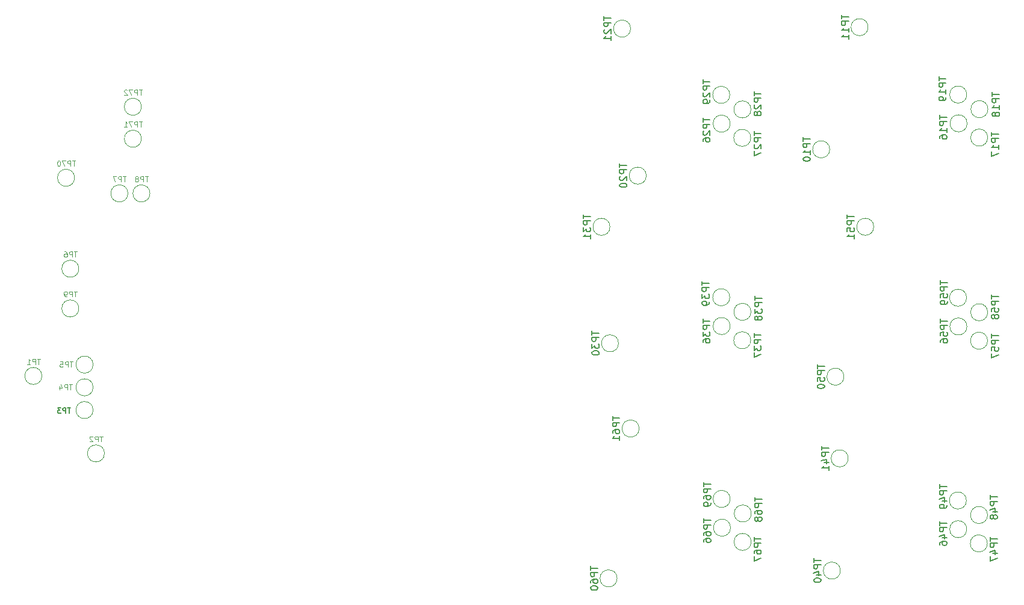
<source format=gbr>
G04 #@! TF.GenerationSoftware,KiCad,Pcbnew,7.0.2-0*
G04 #@! TF.CreationDate,2023-12-22T12:06:10-05:00*
G04 #@! TF.ProjectId,mobo,6d6f626f-2e6b-4696-9361-645f70636258,REV05*
G04 #@! TF.SameCoordinates,Original*
G04 #@! TF.FileFunction,Legend,Bot*
G04 #@! TF.FilePolarity,Positive*
%FSLAX46Y46*%
G04 Gerber Fmt 4.6, Leading zero omitted, Abs format (unit mm)*
G04 Created by KiCad (PCBNEW 7.0.2-0) date 2023-12-22 12:06:10*
%MOMM*%
%LPD*%
G01*
G04 APERTURE LIST*
%ADD10C,0.150000*%
%ADD11C,0.120000*%
G04 APERTURE END LIST*
D10*
X78596428Y-108546964D02*
X78167857Y-108546964D01*
X78382142Y-109296964D02*
X78382142Y-108546964D01*
X77917856Y-109296964D02*
X77917856Y-108546964D01*
X77917856Y-108546964D02*
X77632142Y-108546964D01*
X77632142Y-108546964D02*
X77560713Y-108582678D01*
X77560713Y-108582678D02*
X77524999Y-108618392D01*
X77524999Y-108618392D02*
X77489285Y-108689821D01*
X77489285Y-108689821D02*
X77489285Y-108796964D01*
X77489285Y-108796964D02*
X77524999Y-108868392D01*
X77524999Y-108868392D02*
X77560713Y-108904107D01*
X77560713Y-108904107D02*
X77632142Y-108939821D01*
X77632142Y-108939821D02*
X77917856Y-108939821D01*
X77239285Y-108546964D02*
X76774999Y-108546964D01*
X76774999Y-108546964D02*
X77024999Y-108832678D01*
X77024999Y-108832678D02*
X76917856Y-108832678D01*
X76917856Y-108832678D02*
X76846428Y-108868392D01*
X76846428Y-108868392D02*
X76810713Y-108904107D01*
X76810713Y-108904107D02*
X76774999Y-108975535D01*
X76774999Y-108975535D02*
X76774999Y-109154107D01*
X76774999Y-109154107D02*
X76810713Y-109225535D01*
X76810713Y-109225535D02*
X76846428Y-109261250D01*
X76846428Y-109261250D02*
X76917856Y-109296964D01*
X76917856Y-109296964D02*
X77132142Y-109296964D01*
X77132142Y-109296964D02*
X77203570Y-109261250D01*
X77203570Y-109261250D02*
X77239285Y-109225535D01*
X151914619Y-97711905D02*
X151914619Y-98283333D01*
X152914619Y-97997619D02*
X151914619Y-97997619D01*
X152914619Y-98616667D02*
X151914619Y-98616667D01*
X151914619Y-98616667D02*
X151914619Y-98997619D01*
X151914619Y-98997619D02*
X151962238Y-99092857D01*
X151962238Y-99092857D02*
X152009857Y-99140476D01*
X152009857Y-99140476D02*
X152105095Y-99188095D01*
X152105095Y-99188095D02*
X152247952Y-99188095D01*
X152247952Y-99188095D02*
X152343190Y-99140476D01*
X152343190Y-99140476D02*
X152390809Y-99092857D01*
X152390809Y-99092857D02*
X152438428Y-98997619D01*
X152438428Y-98997619D02*
X152438428Y-98616667D01*
X151914619Y-99521429D02*
X151914619Y-100140476D01*
X151914619Y-100140476D02*
X152295571Y-99807143D01*
X152295571Y-99807143D02*
X152295571Y-99950000D01*
X152295571Y-99950000D02*
X152343190Y-100045238D01*
X152343190Y-100045238D02*
X152390809Y-100092857D01*
X152390809Y-100092857D02*
X152486047Y-100140476D01*
X152486047Y-100140476D02*
X152724142Y-100140476D01*
X152724142Y-100140476D02*
X152819380Y-100092857D01*
X152819380Y-100092857D02*
X152867000Y-100045238D01*
X152867000Y-100045238D02*
X152914619Y-99950000D01*
X152914619Y-99950000D02*
X152914619Y-99664286D01*
X152914619Y-99664286D02*
X152867000Y-99569048D01*
X152867000Y-99569048D02*
X152819380Y-99521429D01*
X151914619Y-100759524D02*
X151914619Y-100854762D01*
X151914619Y-100854762D02*
X151962238Y-100950000D01*
X151962238Y-100950000D02*
X152009857Y-100997619D01*
X152009857Y-100997619D02*
X152105095Y-101045238D01*
X152105095Y-101045238D02*
X152295571Y-101092857D01*
X152295571Y-101092857D02*
X152533666Y-101092857D01*
X152533666Y-101092857D02*
X152724142Y-101045238D01*
X152724142Y-101045238D02*
X152819380Y-100997619D01*
X152819380Y-100997619D02*
X152867000Y-100950000D01*
X152867000Y-100950000D02*
X152914619Y-100854762D01*
X152914619Y-100854762D02*
X152914619Y-100759524D01*
X152914619Y-100759524D02*
X152867000Y-100664286D01*
X152867000Y-100664286D02*
X152819380Y-100616667D01*
X152819380Y-100616667D02*
X152724142Y-100569048D01*
X152724142Y-100569048D02*
X152533666Y-100521429D01*
X152533666Y-100521429D02*
X152295571Y-100521429D01*
X152295571Y-100521429D02*
X152105095Y-100569048D01*
X152105095Y-100569048D02*
X152009857Y-100616667D01*
X152009857Y-100616667D02*
X151962238Y-100664286D01*
X151962238Y-100664286D02*
X151914619Y-100759524D01*
X208112619Y-92611905D02*
X208112619Y-93183333D01*
X209112619Y-92897619D02*
X208112619Y-92897619D01*
X209112619Y-93516667D02*
X208112619Y-93516667D01*
X208112619Y-93516667D02*
X208112619Y-93897619D01*
X208112619Y-93897619D02*
X208160238Y-93992857D01*
X208160238Y-93992857D02*
X208207857Y-94040476D01*
X208207857Y-94040476D02*
X208303095Y-94088095D01*
X208303095Y-94088095D02*
X208445952Y-94088095D01*
X208445952Y-94088095D02*
X208541190Y-94040476D01*
X208541190Y-94040476D02*
X208588809Y-93992857D01*
X208588809Y-93992857D02*
X208636428Y-93897619D01*
X208636428Y-93897619D02*
X208636428Y-93516667D01*
X208112619Y-94992857D02*
X208112619Y-94516667D01*
X208112619Y-94516667D02*
X208588809Y-94469048D01*
X208588809Y-94469048D02*
X208541190Y-94516667D01*
X208541190Y-94516667D02*
X208493571Y-94611905D01*
X208493571Y-94611905D02*
X208493571Y-94850000D01*
X208493571Y-94850000D02*
X208541190Y-94945238D01*
X208541190Y-94945238D02*
X208588809Y-94992857D01*
X208588809Y-94992857D02*
X208684047Y-95040476D01*
X208684047Y-95040476D02*
X208922142Y-95040476D01*
X208922142Y-95040476D02*
X209017380Y-94992857D01*
X209017380Y-94992857D02*
X209065000Y-94945238D01*
X209065000Y-94945238D02*
X209112619Y-94850000D01*
X209112619Y-94850000D02*
X209112619Y-94611905D01*
X209112619Y-94611905D02*
X209065000Y-94516667D01*
X209065000Y-94516667D02*
X209017380Y-94469048D01*
X208541190Y-95611905D02*
X208493571Y-95516667D01*
X208493571Y-95516667D02*
X208445952Y-95469048D01*
X208445952Y-95469048D02*
X208350714Y-95421429D01*
X208350714Y-95421429D02*
X208303095Y-95421429D01*
X208303095Y-95421429D02*
X208207857Y-95469048D01*
X208207857Y-95469048D02*
X208160238Y-95516667D01*
X208160238Y-95516667D02*
X208112619Y-95611905D01*
X208112619Y-95611905D02*
X208112619Y-95802381D01*
X208112619Y-95802381D02*
X208160238Y-95897619D01*
X208160238Y-95897619D02*
X208207857Y-95945238D01*
X208207857Y-95945238D02*
X208303095Y-95992857D01*
X208303095Y-95992857D02*
X208350714Y-95992857D01*
X208350714Y-95992857D02*
X208445952Y-95945238D01*
X208445952Y-95945238D02*
X208493571Y-95897619D01*
X208493571Y-95897619D02*
X208541190Y-95802381D01*
X208541190Y-95802381D02*
X208541190Y-95611905D01*
X208541190Y-95611905D02*
X208588809Y-95516667D01*
X208588809Y-95516667D02*
X208636428Y-95469048D01*
X208636428Y-95469048D02*
X208731666Y-95421429D01*
X208731666Y-95421429D02*
X208922142Y-95421429D01*
X208922142Y-95421429D02*
X209017380Y-95469048D01*
X209017380Y-95469048D02*
X209065000Y-95516667D01*
X209065000Y-95516667D02*
X209112619Y-95611905D01*
X209112619Y-95611905D02*
X209112619Y-95802381D01*
X209112619Y-95802381D02*
X209065000Y-95897619D01*
X209065000Y-95897619D02*
X209017380Y-95945238D01*
X209017380Y-95945238D02*
X208922142Y-95992857D01*
X208922142Y-95992857D02*
X208731666Y-95992857D01*
X208731666Y-95992857D02*
X208636428Y-95945238D01*
X208636428Y-95945238D02*
X208588809Y-95897619D01*
X208588809Y-95897619D02*
X208541190Y-95802381D01*
X155814619Y-74111905D02*
X155814619Y-74683333D01*
X156814619Y-74397619D02*
X155814619Y-74397619D01*
X156814619Y-75016667D02*
X155814619Y-75016667D01*
X155814619Y-75016667D02*
X155814619Y-75397619D01*
X155814619Y-75397619D02*
X155862238Y-75492857D01*
X155862238Y-75492857D02*
X155909857Y-75540476D01*
X155909857Y-75540476D02*
X156005095Y-75588095D01*
X156005095Y-75588095D02*
X156147952Y-75588095D01*
X156147952Y-75588095D02*
X156243190Y-75540476D01*
X156243190Y-75540476D02*
X156290809Y-75492857D01*
X156290809Y-75492857D02*
X156338428Y-75397619D01*
X156338428Y-75397619D02*
X156338428Y-75016667D01*
X155909857Y-75969048D02*
X155862238Y-76016667D01*
X155862238Y-76016667D02*
X155814619Y-76111905D01*
X155814619Y-76111905D02*
X155814619Y-76350000D01*
X155814619Y-76350000D02*
X155862238Y-76445238D01*
X155862238Y-76445238D02*
X155909857Y-76492857D01*
X155909857Y-76492857D02*
X156005095Y-76540476D01*
X156005095Y-76540476D02*
X156100333Y-76540476D01*
X156100333Y-76540476D02*
X156243190Y-76492857D01*
X156243190Y-76492857D02*
X156814619Y-75921429D01*
X156814619Y-75921429D02*
X156814619Y-76540476D01*
X155814619Y-77159524D02*
X155814619Y-77254762D01*
X155814619Y-77254762D02*
X155862238Y-77350000D01*
X155862238Y-77350000D02*
X155909857Y-77397619D01*
X155909857Y-77397619D02*
X156005095Y-77445238D01*
X156005095Y-77445238D02*
X156195571Y-77492857D01*
X156195571Y-77492857D02*
X156433666Y-77492857D01*
X156433666Y-77492857D02*
X156624142Y-77445238D01*
X156624142Y-77445238D02*
X156719380Y-77397619D01*
X156719380Y-77397619D02*
X156767000Y-77350000D01*
X156767000Y-77350000D02*
X156814619Y-77254762D01*
X156814619Y-77254762D02*
X156814619Y-77159524D01*
X156814619Y-77159524D02*
X156767000Y-77064286D01*
X156767000Y-77064286D02*
X156719380Y-77016667D01*
X156719380Y-77016667D02*
X156624142Y-76969048D01*
X156624142Y-76969048D02*
X156433666Y-76921429D01*
X156433666Y-76921429D02*
X156195571Y-76921429D01*
X156195571Y-76921429D02*
X156005095Y-76969048D01*
X156005095Y-76969048D02*
X155909857Y-77016667D01*
X155909857Y-77016667D02*
X155862238Y-77064286D01*
X155862238Y-77064286D02*
X155814619Y-77159524D01*
D11*
X78896428Y-102046964D02*
X78467857Y-102046964D01*
X78682142Y-102796964D02*
X78682142Y-102046964D01*
X78217856Y-102796964D02*
X78217856Y-102046964D01*
X78217856Y-102046964D02*
X77932142Y-102046964D01*
X77932142Y-102046964D02*
X77860713Y-102082678D01*
X77860713Y-102082678D02*
X77824999Y-102118392D01*
X77824999Y-102118392D02*
X77789285Y-102189821D01*
X77789285Y-102189821D02*
X77789285Y-102296964D01*
X77789285Y-102296964D02*
X77824999Y-102368392D01*
X77824999Y-102368392D02*
X77860713Y-102404107D01*
X77860713Y-102404107D02*
X77932142Y-102439821D01*
X77932142Y-102439821D02*
X78217856Y-102439821D01*
X77110713Y-102046964D02*
X77467856Y-102046964D01*
X77467856Y-102046964D02*
X77503570Y-102404107D01*
X77503570Y-102404107D02*
X77467856Y-102368392D01*
X77467856Y-102368392D02*
X77396428Y-102332678D01*
X77396428Y-102332678D02*
X77217856Y-102332678D01*
X77217856Y-102332678D02*
X77146428Y-102368392D01*
X77146428Y-102368392D02*
X77110713Y-102404107D01*
X77110713Y-102404107D02*
X77074999Y-102475535D01*
X77074999Y-102475535D02*
X77074999Y-102654107D01*
X77074999Y-102654107D02*
X77110713Y-102725535D01*
X77110713Y-102725535D02*
X77146428Y-102761250D01*
X77146428Y-102761250D02*
X77217856Y-102796964D01*
X77217856Y-102796964D02*
X77396428Y-102796964D01*
X77396428Y-102796964D02*
X77467856Y-102761250D01*
X77467856Y-102761250D02*
X77503570Y-102725535D01*
X88653571Y-63748964D02*
X88225000Y-63748964D01*
X88439285Y-64498964D02*
X88439285Y-63748964D01*
X87974999Y-64498964D02*
X87974999Y-63748964D01*
X87974999Y-63748964D02*
X87689285Y-63748964D01*
X87689285Y-63748964D02*
X87617856Y-63784678D01*
X87617856Y-63784678D02*
X87582142Y-63820392D01*
X87582142Y-63820392D02*
X87546428Y-63891821D01*
X87546428Y-63891821D02*
X87546428Y-63998964D01*
X87546428Y-63998964D02*
X87582142Y-64070392D01*
X87582142Y-64070392D02*
X87617856Y-64106107D01*
X87617856Y-64106107D02*
X87689285Y-64141821D01*
X87689285Y-64141821D02*
X87974999Y-64141821D01*
X87296428Y-63748964D02*
X86796428Y-63748964D01*
X86796428Y-63748964D02*
X87117856Y-64498964D01*
X86546427Y-63820392D02*
X86510713Y-63784678D01*
X86510713Y-63784678D02*
X86439285Y-63748964D01*
X86439285Y-63748964D02*
X86260713Y-63748964D01*
X86260713Y-63748964D02*
X86189285Y-63784678D01*
X86189285Y-63784678D02*
X86153570Y-63820392D01*
X86153570Y-63820392D02*
X86117856Y-63891821D01*
X86117856Y-63891821D02*
X86117856Y-63963250D01*
X86117856Y-63963250D02*
X86153570Y-64070392D01*
X86153570Y-64070392D02*
X86582142Y-64498964D01*
X86582142Y-64498964D02*
X86117856Y-64498964D01*
D10*
X167512619Y-96011905D02*
X167512619Y-96583333D01*
X168512619Y-96297619D02*
X167512619Y-96297619D01*
X168512619Y-96916667D02*
X167512619Y-96916667D01*
X167512619Y-96916667D02*
X167512619Y-97297619D01*
X167512619Y-97297619D02*
X167560238Y-97392857D01*
X167560238Y-97392857D02*
X167607857Y-97440476D01*
X167607857Y-97440476D02*
X167703095Y-97488095D01*
X167703095Y-97488095D02*
X167845952Y-97488095D01*
X167845952Y-97488095D02*
X167941190Y-97440476D01*
X167941190Y-97440476D02*
X167988809Y-97392857D01*
X167988809Y-97392857D02*
X168036428Y-97297619D01*
X168036428Y-97297619D02*
X168036428Y-96916667D01*
X167512619Y-97821429D02*
X167512619Y-98440476D01*
X167512619Y-98440476D02*
X167893571Y-98107143D01*
X167893571Y-98107143D02*
X167893571Y-98250000D01*
X167893571Y-98250000D02*
X167941190Y-98345238D01*
X167941190Y-98345238D02*
X167988809Y-98392857D01*
X167988809Y-98392857D02*
X168084047Y-98440476D01*
X168084047Y-98440476D02*
X168322142Y-98440476D01*
X168322142Y-98440476D02*
X168417380Y-98392857D01*
X168417380Y-98392857D02*
X168465000Y-98345238D01*
X168465000Y-98345238D02*
X168512619Y-98250000D01*
X168512619Y-98250000D02*
X168512619Y-97964286D01*
X168512619Y-97964286D02*
X168465000Y-97869048D01*
X168465000Y-97869048D02*
X168417380Y-97821429D01*
X167512619Y-99297619D02*
X167512619Y-99107143D01*
X167512619Y-99107143D02*
X167560238Y-99011905D01*
X167560238Y-99011905D02*
X167607857Y-98964286D01*
X167607857Y-98964286D02*
X167750714Y-98869048D01*
X167750714Y-98869048D02*
X167941190Y-98821429D01*
X167941190Y-98821429D02*
X168322142Y-98821429D01*
X168322142Y-98821429D02*
X168417380Y-98869048D01*
X168417380Y-98869048D02*
X168465000Y-98916667D01*
X168465000Y-98916667D02*
X168512619Y-99011905D01*
X168512619Y-99011905D02*
X168512619Y-99202381D01*
X168512619Y-99202381D02*
X168465000Y-99297619D01*
X168465000Y-99297619D02*
X168417380Y-99345238D01*
X168417380Y-99345238D02*
X168322142Y-99392857D01*
X168322142Y-99392857D02*
X168084047Y-99392857D01*
X168084047Y-99392857D02*
X167988809Y-99345238D01*
X167988809Y-99345238D02*
X167941190Y-99297619D01*
X167941190Y-99297619D02*
X167893571Y-99202381D01*
X167893571Y-99202381D02*
X167893571Y-99011905D01*
X167893571Y-99011905D02*
X167941190Y-98916667D01*
X167941190Y-98916667D02*
X167988809Y-98869048D01*
X167988809Y-98869048D02*
X168084047Y-98821429D01*
X167612619Y-124111905D02*
X167612619Y-124683333D01*
X168612619Y-124397619D02*
X167612619Y-124397619D01*
X168612619Y-125016667D02*
X167612619Y-125016667D01*
X167612619Y-125016667D02*
X167612619Y-125397619D01*
X167612619Y-125397619D02*
X167660238Y-125492857D01*
X167660238Y-125492857D02*
X167707857Y-125540476D01*
X167707857Y-125540476D02*
X167803095Y-125588095D01*
X167803095Y-125588095D02*
X167945952Y-125588095D01*
X167945952Y-125588095D02*
X168041190Y-125540476D01*
X168041190Y-125540476D02*
X168088809Y-125492857D01*
X168088809Y-125492857D02*
X168136428Y-125397619D01*
X168136428Y-125397619D02*
X168136428Y-125016667D01*
X167612619Y-126445238D02*
X167612619Y-126254762D01*
X167612619Y-126254762D02*
X167660238Y-126159524D01*
X167660238Y-126159524D02*
X167707857Y-126111905D01*
X167707857Y-126111905D02*
X167850714Y-126016667D01*
X167850714Y-126016667D02*
X168041190Y-125969048D01*
X168041190Y-125969048D02*
X168422142Y-125969048D01*
X168422142Y-125969048D02*
X168517380Y-126016667D01*
X168517380Y-126016667D02*
X168565000Y-126064286D01*
X168565000Y-126064286D02*
X168612619Y-126159524D01*
X168612619Y-126159524D02*
X168612619Y-126350000D01*
X168612619Y-126350000D02*
X168565000Y-126445238D01*
X168565000Y-126445238D02*
X168517380Y-126492857D01*
X168517380Y-126492857D02*
X168422142Y-126540476D01*
X168422142Y-126540476D02*
X168184047Y-126540476D01*
X168184047Y-126540476D02*
X168088809Y-126492857D01*
X168088809Y-126492857D02*
X168041190Y-126445238D01*
X168041190Y-126445238D02*
X167993571Y-126350000D01*
X167993571Y-126350000D02*
X167993571Y-126159524D01*
X167993571Y-126159524D02*
X168041190Y-126064286D01*
X168041190Y-126064286D02*
X168088809Y-126016667D01*
X168088809Y-126016667D02*
X168184047Y-125969048D01*
X167612619Y-127397619D02*
X167612619Y-127207143D01*
X167612619Y-127207143D02*
X167660238Y-127111905D01*
X167660238Y-127111905D02*
X167707857Y-127064286D01*
X167707857Y-127064286D02*
X167850714Y-126969048D01*
X167850714Y-126969048D02*
X168041190Y-126921429D01*
X168041190Y-126921429D02*
X168422142Y-126921429D01*
X168422142Y-126921429D02*
X168517380Y-126969048D01*
X168517380Y-126969048D02*
X168565000Y-127016667D01*
X168565000Y-127016667D02*
X168612619Y-127111905D01*
X168612619Y-127111905D02*
X168612619Y-127302381D01*
X168612619Y-127302381D02*
X168565000Y-127397619D01*
X168565000Y-127397619D02*
X168517380Y-127445238D01*
X168517380Y-127445238D02*
X168422142Y-127492857D01*
X168422142Y-127492857D02*
X168184047Y-127492857D01*
X168184047Y-127492857D02*
X168088809Y-127445238D01*
X168088809Y-127445238D02*
X168041190Y-127397619D01*
X168041190Y-127397619D02*
X167993571Y-127302381D01*
X167993571Y-127302381D02*
X167993571Y-127111905D01*
X167993571Y-127111905D02*
X168041190Y-127016667D01*
X168041190Y-127016667D02*
X168088809Y-126969048D01*
X168088809Y-126969048D02*
X168184047Y-126921429D01*
X183614619Y-102411905D02*
X183614619Y-102983333D01*
X184614619Y-102697619D02*
X183614619Y-102697619D01*
X184614619Y-103316667D02*
X183614619Y-103316667D01*
X183614619Y-103316667D02*
X183614619Y-103697619D01*
X183614619Y-103697619D02*
X183662238Y-103792857D01*
X183662238Y-103792857D02*
X183709857Y-103840476D01*
X183709857Y-103840476D02*
X183805095Y-103888095D01*
X183805095Y-103888095D02*
X183947952Y-103888095D01*
X183947952Y-103888095D02*
X184043190Y-103840476D01*
X184043190Y-103840476D02*
X184090809Y-103792857D01*
X184090809Y-103792857D02*
X184138428Y-103697619D01*
X184138428Y-103697619D02*
X184138428Y-103316667D01*
X183614619Y-104792857D02*
X183614619Y-104316667D01*
X183614619Y-104316667D02*
X184090809Y-104269048D01*
X184090809Y-104269048D02*
X184043190Y-104316667D01*
X184043190Y-104316667D02*
X183995571Y-104411905D01*
X183995571Y-104411905D02*
X183995571Y-104650000D01*
X183995571Y-104650000D02*
X184043190Y-104745238D01*
X184043190Y-104745238D02*
X184090809Y-104792857D01*
X184090809Y-104792857D02*
X184186047Y-104840476D01*
X184186047Y-104840476D02*
X184424142Y-104840476D01*
X184424142Y-104840476D02*
X184519380Y-104792857D01*
X184519380Y-104792857D02*
X184567000Y-104745238D01*
X184567000Y-104745238D02*
X184614619Y-104650000D01*
X184614619Y-104650000D02*
X184614619Y-104411905D01*
X184614619Y-104411905D02*
X184567000Y-104316667D01*
X184567000Y-104316667D02*
X184519380Y-104269048D01*
X183614619Y-105459524D02*
X183614619Y-105554762D01*
X183614619Y-105554762D02*
X183662238Y-105650000D01*
X183662238Y-105650000D02*
X183709857Y-105697619D01*
X183709857Y-105697619D02*
X183805095Y-105745238D01*
X183805095Y-105745238D02*
X183995571Y-105792857D01*
X183995571Y-105792857D02*
X184233666Y-105792857D01*
X184233666Y-105792857D02*
X184424142Y-105745238D01*
X184424142Y-105745238D02*
X184519380Y-105697619D01*
X184519380Y-105697619D02*
X184567000Y-105650000D01*
X184567000Y-105650000D02*
X184614619Y-105554762D01*
X184614619Y-105554762D02*
X184614619Y-105459524D01*
X184614619Y-105459524D02*
X184567000Y-105364286D01*
X184567000Y-105364286D02*
X184519380Y-105316667D01*
X184519380Y-105316667D02*
X184424142Y-105269048D01*
X184424142Y-105269048D02*
X184233666Y-105221429D01*
X184233666Y-105221429D02*
X183995571Y-105221429D01*
X183995571Y-105221429D02*
X183805095Y-105269048D01*
X183805095Y-105269048D02*
X183709857Y-105316667D01*
X183709857Y-105316667D02*
X183662238Y-105364286D01*
X183662238Y-105364286D02*
X183614619Y-105459524D01*
X200712619Y-61911905D02*
X200712619Y-62483333D01*
X201712619Y-62197619D02*
X200712619Y-62197619D01*
X201712619Y-62816667D02*
X200712619Y-62816667D01*
X200712619Y-62816667D02*
X200712619Y-63197619D01*
X200712619Y-63197619D02*
X200760238Y-63292857D01*
X200760238Y-63292857D02*
X200807857Y-63340476D01*
X200807857Y-63340476D02*
X200903095Y-63388095D01*
X200903095Y-63388095D02*
X201045952Y-63388095D01*
X201045952Y-63388095D02*
X201141190Y-63340476D01*
X201141190Y-63340476D02*
X201188809Y-63292857D01*
X201188809Y-63292857D02*
X201236428Y-63197619D01*
X201236428Y-63197619D02*
X201236428Y-62816667D01*
X201712619Y-64340476D02*
X201712619Y-63769048D01*
X201712619Y-64054762D02*
X200712619Y-64054762D01*
X200712619Y-64054762D02*
X200855476Y-63959524D01*
X200855476Y-63959524D02*
X200950714Y-63864286D01*
X200950714Y-63864286D02*
X200998333Y-63769048D01*
X201712619Y-64816667D02*
X201712619Y-65007143D01*
X201712619Y-65007143D02*
X201665000Y-65102381D01*
X201665000Y-65102381D02*
X201617380Y-65150000D01*
X201617380Y-65150000D02*
X201474523Y-65245238D01*
X201474523Y-65245238D02*
X201284047Y-65292857D01*
X201284047Y-65292857D02*
X200903095Y-65292857D01*
X200903095Y-65292857D02*
X200807857Y-65245238D01*
X200807857Y-65245238D02*
X200760238Y-65197619D01*
X200760238Y-65197619D02*
X200712619Y-65102381D01*
X200712619Y-65102381D02*
X200712619Y-64911905D01*
X200712619Y-64911905D02*
X200760238Y-64816667D01*
X200760238Y-64816667D02*
X200807857Y-64769048D01*
X200807857Y-64769048D02*
X200903095Y-64721429D01*
X200903095Y-64721429D02*
X201141190Y-64721429D01*
X201141190Y-64721429D02*
X201236428Y-64769048D01*
X201236428Y-64769048D02*
X201284047Y-64816667D01*
X201284047Y-64816667D02*
X201331666Y-64911905D01*
X201331666Y-64911905D02*
X201331666Y-65102381D01*
X201331666Y-65102381D02*
X201284047Y-65197619D01*
X201284047Y-65197619D02*
X201236428Y-65245238D01*
X201236428Y-65245238D02*
X201141190Y-65292857D01*
D11*
X79496428Y-92148964D02*
X79067857Y-92148964D01*
X79282142Y-92898964D02*
X79282142Y-92148964D01*
X78817856Y-92898964D02*
X78817856Y-92148964D01*
X78817856Y-92148964D02*
X78532142Y-92148964D01*
X78532142Y-92148964D02*
X78460713Y-92184678D01*
X78460713Y-92184678D02*
X78424999Y-92220392D01*
X78424999Y-92220392D02*
X78389285Y-92291821D01*
X78389285Y-92291821D02*
X78389285Y-92398964D01*
X78389285Y-92398964D02*
X78424999Y-92470392D01*
X78424999Y-92470392D02*
X78460713Y-92506107D01*
X78460713Y-92506107D02*
X78532142Y-92541821D01*
X78532142Y-92541821D02*
X78817856Y-92541821D01*
X78032142Y-92898964D02*
X77889285Y-92898964D01*
X77889285Y-92898964D02*
X77817856Y-92863250D01*
X77817856Y-92863250D02*
X77782142Y-92827535D01*
X77782142Y-92827535D02*
X77710713Y-92720392D01*
X77710713Y-92720392D02*
X77674999Y-92577535D01*
X77674999Y-92577535D02*
X77674999Y-92291821D01*
X77674999Y-92291821D02*
X77710713Y-92220392D01*
X77710713Y-92220392D02*
X77746428Y-92184678D01*
X77746428Y-92184678D02*
X77817856Y-92148964D01*
X77817856Y-92148964D02*
X77960713Y-92148964D01*
X77960713Y-92148964D02*
X78032142Y-92184678D01*
X78032142Y-92184678D02*
X78067856Y-92220392D01*
X78067856Y-92220392D02*
X78103570Y-92291821D01*
X78103570Y-92291821D02*
X78103570Y-92470392D01*
X78103570Y-92470392D02*
X78067856Y-92541821D01*
X78067856Y-92541821D02*
X78032142Y-92577535D01*
X78032142Y-92577535D02*
X77960713Y-92613250D01*
X77960713Y-92613250D02*
X77817856Y-92613250D01*
X77817856Y-92613250D02*
X77746428Y-92577535D01*
X77746428Y-92577535D02*
X77710713Y-92541821D01*
X77710713Y-92541821D02*
X77674999Y-92470392D01*
D10*
X208112619Y-69711905D02*
X208112619Y-70283333D01*
X209112619Y-69997619D02*
X208112619Y-69997619D01*
X209112619Y-70616667D02*
X208112619Y-70616667D01*
X208112619Y-70616667D02*
X208112619Y-70997619D01*
X208112619Y-70997619D02*
X208160238Y-71092857D01*
X208160238Y-71092857D02*
X208207857Y-71140476D01*
X208207857Y-71140476D02*
X208303095Y-71188095D01*
X208303095Y-71188095D02*
X208445952Y-71188095D01*
X208445952Y-71188095D02*
X208541190Y-71140476D01*
X208541190Y-71140476D02*
X208588809Y-71092857D01*
X208588809Y-71092857D02*
X208636428Y-70997619D01*
X208636428Y-70997619D02*
X208636428Y-70616667D01*
X209112619Y-72140476D02*
X209112619Y-71569048D01*
X209112619Y-71854762D02*
X208112619Y-71854762D01*
X208112619Y-71854762D02*
X208255476Y-71759524D01*
X208255476Y-71759524D02*
X208350714Y-71664286D01*
X208350714Y-71664286D02*
X208398333Y-71569048D01*
X208112619Y-72473810D02*
X208112619Y-73140476D01*
X208112619Y-73140476D02*
X209112619Y-72711905D01*
X200812619Y-124511905D02*
X200812619Y-125083333D01*
X201812619Y-124797619D02*
X200812619Y-124797619D01*
X201812619Y-125416667D02*
X200812619Y-125416667D01*
X200812619Y-125416667D02*
X200812619Y-125797619D01*
X200812619Y-125797619D02*
X200860238Y-125892857D01*
X200860238Y-125892857D02*
X200907857Y-125940476D01*
X200907857Y-125940476D02*
X201003095Y-125988095D01*
X201003095Y-125988095D02*
X201145952Y-125988095D01*
X201145952Y-125988095D02*
X201241190Y-125940476D01*
X201241190Y-125940476D02*
X201288809Y-125892857D01*
X201288809Y-125892857D02*
X201336428Y-125797619D01*
X201336428Y-125797619D02*
X201336428Y-125416667D01*
X201145952Y-126845238D02*
X201812619Y-126845238D01*
X200765000Y-126607143D02*
X201479285Y-126369048D01*
X201479285Y-126369048D02*
X201479285Y-126988095D01*
X200812619Y-127797619D02*
X200812619Y-127607143D01*
X200812619Y-127607143D02*
X200860238Y-127511905D01*
X200860238Y-127511905D02*
X200907857Y-127464286D01*
X200907857Y-127464286D02*
X201050714Y-127369048D01*
X201050714Y-127369048D02*
X201241190Y-127321429D01*
X201241190Y-127321429D02*
X201622142Y-127321429D01*
X201622142Y-127321429D02*
X201717380Y-127369048D01*
X201717380Y-127369048D02*
X201765000Y-127416667D01*
X201765000Y-127416667D02*
X201812619Y-127511905D01*
X201812619Y-127511905D02*
X201812619Y-127702381D01*
X201812619Y-127702381D02*
X201765000Y-127797619D01*
X201765000Y-127797619D02*
X201717380Y-127845238D01*
X201717380Y-127845238D02*
X201622142Y-127892857D01*
X201622142Y-127892857D02*
X201384047Y-127892857D01*
X201384047Y-127892857D02*
X201288809Y-127845238D01*
X201288809Y-127845238D02*
X201241190Y-127797619D01*
X201241190Y-127797619D02*
X201193571Y-127702381D01*
X201193571Y-127702381D02*
X201193571Y-127511905D01*
X201193571Y-127511905D02*
X201241190Y-127416667D01*
X201241190Y-127416667D02*
X201288809Y-127369048D01*
X201288809Y-127369048D02*
X201384047Y-127321429D01*
X183114619Y-129711905D02*
X183114619Y-130283333D01*
X184114619Y-129997619D02*
X183114619Y-129997619D01*
X184114619Y-130616667D02*
X183114619Y-130616667D01*
X183114619Y-130616667D02*
X183114619Y-130997619D01*
X183114619Y-130997619D02*
X183162238Y-131092857D01*
X183162238Y-131092857D02*
X183209857Y-131140476D01*
X183209857Y-131140476D02*
X183305095Y-131188095D01*
X183305095Y-131188095D02*
X183447952Y-131188095D01*
X183447952Y-131188095D02*
X183543190Y-131140476D01*
X183543190Y-131140476D02*
X183590809Y-131092857D01*
X183590809Y-131092857D02*
X183638428Y-130997619D01*
X183638428Y-130997619D02*
X183638428Y-130616667D01*
X183447952Y-132045238D02*
X184114619Y-132045238D01*
X183067000Y-131807143D02*
X183781285Y-131569048D01*
X183781285Y-131569048D02*
X183781285Y-132188095D01*
X183114619Y-132759524D02*
X183114619Y-132854762D01*
X183114619Y-132854762D02*
X183162238Y-132950000D01*
X183162238Y-132950000D02*
X183209857Y-132997619D01*
X183209857Y-132997619D02*
X183305095Y-133045238D01*
X183305095Y-133045238D02*
X183495571Y-133092857D01*
X183495571Y-133092857D02*
X183733666Y-133092857D01*
X183733666Y-133092857D02*
X183924142Y-133045238D01*
X183924142Y-133045238D02*
X184019380Y-132997619D01*
X184019380Y-132997619D02*
X184067000Y-132950000D01*
X184067000Y-132950000D02*
X184114619Y-132854762D01*
X184114619Y-132854762D02*
X184114619Y-132759524D01*
X184114619Y-132759524D02*
X184067000Y-132664286D01*
X184067000Y-132664286D02*
X184019380Y-132616667D01*
X184019380Y-132616667D02*
X183924142Y-132569048D01*
X183924142Y-132569048D02*
X183733666Y-132521429D01*
X183733666Y-132521429D02*
X183495571Y-132521429D01*
X183495571Y-132521429D02*
X183305095Y-132569048D01*
X183305095Y-132569048D02*
X183209857Y-132616667D01*
X183209857Y-132616667D02*
X183162238Y-132664286D01*
X183162238Y-132664286D02*
X183114619Y-132759524D01*
X208112619Y-98111905D02*
X208112619Y-98683333D01*
X209112619Y-98397619D02*
X208112619Y-98397619D01*
X209112619Y-99016667D02*
X208112619Y-99016667D01*
X208112619Y-99016667D02*
X208112619Y-99397619D01*
X208112619Y-99397619D02*
X208160238Y-99492857D01*
X208160238Y-99492857D02*
X208207857Y-99540476D01*
X208207857Y-99540476D02*
X208303095Y-99588095D01*
X208303095Y-99588095D02*
X208445952Y-99588095D01*
X208445952Y-99588095D02*
X208541190Y-99540476D01*
X208541190Y-99540476D02*
X208588809Y-99492857D01*
X208588809Y-99492857D02*
X208636428Y-99397619D01*
X208636428Y-99397619D02*
X208636428Y-99016667D01*
X208112619Y-100492857D02*
X208112619Y-100016667D01*
X208112619Y-100016667D02*
X208588809Y-99969048D01*
X208588809Y-99969048D02*
X208541190Y-100016667D01*
X208541190Y-100016667D02*
X208493571Y-100111905D01*
X208493571Y-100111905D02*
X208493571Y-100350000D01*
X208493571Y-100350000D02*
X208541190Y-100445238D01*
X208541190Y-100445238D02*
X208588809Y-100492857D01*
X208588809Y-100492857D02*
X208684047Y-100540476D01*
X208684047Y-100540476D02*
X208922142Y-100540476D01*
X208922142Y-100540476D02*
X209017380Y-100492857D01*
X209017380Y-100492857D02*
X209065000Y-100445238D01*
X209065000Y-100445238D02*
X209112619Y-100350000D01*
X209112619Y-100350000D02*
X209112619Y-100111905D01*
X209112619Y-100111905D02*
X209065000Y-100016667D01*
X209065000Y-100016667D02*
X209017380Y-99969048D01*
X208112619Y-100873810D02*
X208112619Y-101540476D01*
X208112619Y-101540476D02*
X209112619Y-101111905D01*
X153614619Y-53411905D02*
X153614619Y-53983333D01*
X154614619Y-53697619D02*
X153614619Y-53697619D01*
X154614619Y-54316667D02*
X153614619Y-54316667D01*
X153614619Y-54316667D02*
X153614619Y-54697619D01*
X153614619Y-54697619D02*
X153662238Y-54792857D01*
X153662238Y-54792857D02*
X153709857Y-54840476D01*
X153709857Y-54840476D02*
X153805095Y-54888095D01*
X153805095Y-54888095D02*
X153947952Y-54888095D01*
X153947952Y-54888095D02*
X154043190Y-54840476D01*
X154043190Y-54840476D02*
X154090809Y-54792857D01*
X154090809Y-54792857D02*
X154138428Y-54697619D01*
X154138428Y-54697619D02*
X154138428Y-54316667D01*
X153709857Y-55269048D02*
X153662238Y-55316667D01*
X153662238Y-55316667D02*
X153614619Y-55411905D01*
X153614619Y-55411905D02*
X153614619Y-55650000D01*
X153614619Y-55650000D02*
X153662238Y-55745238D01*
X153662238Y-55745238D02*
X153709857Y-55792857D01*
X153709857Y-55792857D02*
X153805095Y-55840476D01*
X153805095Y-55840476D02*
X153900333Y-55840476D01*
X153900333Y-55840476D02*
X154043190Y-55792857D01*
X154043190Y-55792857D02*
X154614619Y-55221429D01*
X154614619Y-55221429D02*
X154614619Y-55840476D01*
X154614619Y-56792857D02*
X154614619Y-56221429D01*
X154614619Y-56507143D02*
X153614619Y-56507143D01*
X153614619Y-56507143D02*
X153757476Y-56411905D01*
X153757476Y-56411905D02*
X153852714Y-56316667D01*
X153852714Y-56316667D02*
X153900333Y-56221429D01*
X207912619Y-126711905D02*
X207912619Y-127283333D01*
X208912619Y-126997619D02*
X207912619Y-126997619D01*
X208912619Y-127616667D02*
X207912619Y-127616667D01*
X207912619Y-127616667D02*
X207912619Y-127997619D01*
X207912619Y-127997619D02*
X207960238Y-128092857D01*
X207960238Y-128092857D02*
X208007857Y-128140476D01*
X208007857Y-128140476D02*
X208103095Y-128188095D01*
X208103095Y-128188095D02*
X208245952Y-128188095D01*
X208245952Y-128188095D02*
X208341190Y-128140476D01*
X208341190Y-128140476D02*
X208388809Y-128092857D01*
X208388809Y-128092857D02*
X208436428Y-127997619D01*
X208436428Y-127997619D02*
X208436428Y-127616667D01*
X208245952Y-129045238D02*
X208912619Y-129045238D01*
X207865000Y-128807143D02*
X208579285Y-128569048D01*
X208579285Y-128569048D02*
X208579285Y-129188095D01*
X207912619Y-129473810D02*
X207912619Y-130140476D01*
X207912619Y-130140476D02*
X208912619Y-129711905D01*
X208212619Y-64111905D02*
X208212619Y-64683333D01*
X209212619Y-64397619D02*
X208212619Y-64397619D01*
X209212619Y-65016667D02*
X208212619Y-65016667D01*
X208212619Y-65016667D02*
X208212619Y-65397619D01*
X208212619Y-65397619D02*
X208260238Y-65492857D01*
X208260238Y-65492857D02*
X208307857Y-65540476D01*
X208307857Y-65540476D02*
X208403095Y-65588095D01*
X208403095Y-65588095D02*
X208545952Y-65588095D01*
X208545952Y-65588095D02*
X208641190Y-65540476D01*
X208641190Y-65540476D02*
X208688809Y-65492857D01*
X208688809Y-65492857D02*
X208736428Y-65397619D01*
X208736428Y-65397619D02*
X208736428Y-65016667D01*
X209212619Y-66540476D02*
X209212619Y-65969048D01*
X209212619Y-66254762D02*
X208212619Y-66254762D01*
X208212619Y-66254762D02*
X208355476Y-66159524D01*
X208355476Y-66159524D02*
X208450714Y-66064286D01*
X208450714Y-66064286D02*
X208498333Y-65969048D01*
X208641190Y-67111905D02*
X208593571Y-67016667D01*
X208593571Y-67016667D02*
X208545952Y-66969048D01*
X208545952Y-66969048D02*
X208450714Y-66921429D01*
X208450714Y-66921429D02*
X208403095Y-66921429D01*
X208403095Y-66921429D02*
X208307857Y-66969048D01*
X208307857Y-66969048D02*
X208260238Y-67016667D01*
X208260238Y-67016667D02*
X208212619Y-67111905D01*
X208212619Y-67111905D02*
X208212619Y-67302381D01*
X208212619Y-67302381D02*
X208260238Y-67397619D01*
X208260238Y-67397619D02*
X208307857Y-67445238D01*
X208307857Y-67445238D02*
X208403095Y-67492857D01*
X208403095Y-67492857D02*
X208450714Y-67492857D01*
X208450714Y-67492857D02*
X208545952Y-67445238D01*
X208545952Y-67445238D02*
X208593571Y-67397619D01*
X208593571Y-67397619D02*
X208641190Y-67302381D01*
X208641190Y-67302381D02*
X208641190Y-67111905D01*
X208641190Y-67111905D02*
X208688809Y-67016667D01*
X208688809Y-67016667D02*
X208736428Y-66969048D01*
X208736428Y-66969048D02*
X208831666Y-66921429D01*
X208831666Y-66921429D02*
X209022142Y-66921429D01*
X209022142Y-66921429D02*
X209117380Y-66969048D01*
X209117380Y-66969048D02*
X209165000Y-67016667D01*
X209165000Y-67016667D02*
X209212619Y-67111905D01*
X209212619Y-67111905D02*
X209212619Y-67302381D01*
X209212619Y-67302381D02*
X209165000Y-67397619D01*
X209165000Y-67397619D02*
X209117380Y-67445238D01*
X209117380Y-67445238D02*
X209022142Y-67492857D01*
X209022142Y-67492857D02*
X208831666Y-67492857D01*
X208831666Y-67492857D02*
X208736428Y-67445238D01*
X208736428Y-67445238D02*
X208688809Y-67397619D01*
X208688809Y-67397619D02*
X208641190Y-67302381D01*
X150714619Y-81311905D02*
X150714619Y-81883333D01*
X151714619Y-81597619D02*
X150714619Y-81597619D01*
X151714619Y-82216667D02*
X150714619Y-82216667D01*
X150714619Y-82216667D02*
X150714619Y-82597619D01*
X150714619Y-82597619D02*
X150762238Y-82692857D01*
X150762238Y-82692857D02*
X150809857Y-82740476D01*
X150809857Y-82740476D02*
X150905095Y-82788095D01*
X150905095Y-82788095D02*
X151047952Y-82788095D01*
X151047952Y-82788095D02*
X151143190Y-82740476D01*
X151143190Y-82740476D02*
X151190809Y-82692857D01*
X151190809Y-82692857D02*
X151238428Y-82597619D01*
X151238428Y-82597619D02*
X151238428Y-82216667D01*
X150714619Y-83121429D02*
X150714619Y-83740476D01*
X150714619Y-83740476D02*
X151095571Y-83407143D01*
X151095571Y-83407143D02*
X151095571Y-83550000D01*
X151095571Y-83550000D02*
X151143190Y-83645238D01*
X151143190Y-83645238D02*
X151190809Y-83692857D01*
X151190809Y-83692857D02*
X151286047Y-83740476D01*
X151286047Y-83740476D02*
X151524142Y-83740476D01*
X151524142Y-83740476D02*
X151619380Y-83692857D01*
X151619380Y-83692857D02*
X151667000Y-83645238D01*
X151667000Y-83645238D02*
X151714619Y-83550000D01*
X151714619Y-83550000D02*
X151714619Y-83264286D01*
X151714619Y-83264286D02*
X151667000Y-83169048D01*
X151667000Y-83169048D02*
X151619380Y-83121429D01*
X151714619Y-84692857D02*
X151714619Y-84121429D01*
X151714619Y-84407143D02*
X150714619Y-84407143D01*
X150714619Y-84407143D02*
X150857476Y-84311905D01*
X150857476Y-84311905D02*
X150952714Y-84216667D01*
X150952714Y-84216667D02*
X151000333Y-84121429D01*
X174812619Y-121111905D02*
X174812619Y-121683333D01*
X175812619Y-121397619D02*
X174812619Y-121397619D01*
X175812619Y-122016667D02*
X174812619Y-122016667D01*
X174812619Y-122016667D02*
X174812619Y-122397619D01*
X174812619Y-122397619D02*
X174860238Y-122492857D01*
X174860238Y-122492857D02*
X174907857Y-122540476D01*
X174907857Y-122540476D02*
X175003095Y-122588095D01*
X175003095Y-122588095D02*
X175145952Y-122588095D01*
X175145952Y-122588095D02*
X175241190Y-122540476D01*
X175241190Y-122540476D02*
X175288809Y-122492857D01*
X175288809Y-122492857D02*
X175336428Y-122397619D01*
X175336428Y-122397619D02*
X175336428Y-122016667D01*
X174812619Y-123445238D02*
X174812619Y-123254762D01*
X174812619Y-123254762D02*
X174860238Y-123159524D01*
X174860238Y-123159524D02*
X174907857Y-123111905D01*
X174907857Y-123111905D02*
X175050714Y-123016667D01*
X175050714Y-123016667D02*
X175241190Y-122969048D01*
X175241190Y-122969048D02*
X175622142Y-122969048D01*
X175622142Y-122969048D02*
X175717380Y-123016667D01*
X175717380Y-123016667D02*
X175765000Y-123064286D01*
X175765000Y-123064286D02*
X175812619Y-123159524D01*
X175812619Y-123159524D02*
X175812619Y-123350000D01*
X175812619Y-123350000D02*
X175765000Y-123445238D01*
X175765000Y-123445238D02*
X175717380Y-123492857D01*
X175717380Y-123492857D02*
X175622142Y-123540476D01*
X175622142Y-123540476D02*
X175384047Y-123540476D01*
X175384047Y-123540476D02*
X175288809Y-123492857D01*
X175288809Y-123492857D02*
X175241190Y-123445238D01*
X175241190Y-123445238D02*
X175193571Y-123350000D01*
X175193571Y-123350000D02*
X175193571Y-123159524D01*
X175193571Y-123159524D02*
X175241190Y-123064286D01*
X175241190Y-123064286D02*
X175288809Y-123016667D01*
X175288809Y-123016667D02*
X175384047Y-122969048D01*
X175241190Y-124111905D02*
X175193571Y-124016667D01*
X175193571Y-124016667D02*
X175145952Y-123969048D01*
X175145952Y-123969048D02*
X175050714Y-123921429D01*
X175050714Y-123921429D02*
X175003095Y-123921429D01*
X175003095Y-123921429D02*
X174907857Y-123969048D01*
X174907857Y-123969048D02*
X174860238Y-124016667D01*
X174860238Y-124016667D02*
X174812619Y-124111905D01*
X174812619Y-124111905D02*
X174812619Y-124302381D01*
X174812619Y-124302381D02*
X174860238Y-124397619D01*
X174860238Y-124397619D02*
X174907857Y-124445238D01*
X174907857Y-124445238D02*
X175003095Y-124492857D01*
X175003095Y-124492857D02*
X175050714Y-124492857D01*
X175050714Y-124492857D02*
X175145952Y-124445238D01*
X175145952Y-124445238D02*
X175193571Y-124397619D01*
X175193571Y-124397619D02*
X175241190Y-124302381D01*
X175241190Y-124302381D02*
X175241190Y-124111905D01*
X175241190Y-124111905D02*
X175288809Y-124016667D01*
X175288809Y-124016667D02*
X175336428Y-123969048D01*
X175336428Y-123969048D02*
X175431666Y-123921429D01*
X175431666Y-123921429D02*
X175622142Y-123921429D01*
X175622142Y-123921429D02*
X175717380Y-123969048D01*
X175717380Y-123969048D02*
X175765000Y-124016667D01*
X175765000Y-124016667D02*
X175812619Y-124111905D01*
X175812619Y-124111905D02*
X175812619Y-124302381D01*
X175812619Y-124302381D02*
X175765000Y-124397619D01*
X175765000Y-124397619D02*
X175717380Y-124445238D01*
X175717380Y-124445238D02*
X175622142Y-124492857D01*
X175622142Y-124492857D02*
X175431666Y-124492857D01*
X175431666Y-124492857D02*
X175336428Y-124445238D01*
X175336428Y-124445238D02*
X175288809Y-124397619D01*
X175288809Y-124397619D02*
X175241190Y-124302381D01*
X174712619Y-64011905D02*
X174712619Y-64583333D01*
X175712619Y-64297619D02*
X174712619Y-64297619D01*
X175712619Y-64916667D02*
X174712619Y-64916667D01*
X174712619Y-64916667D02*
X174712619Y-65297619D01*
X174712619Y-65297619D02*
X174760238Y-65392857D01*
X174760238Y-65392857D02*
X174807857Y-65440476D01*
X174807857Y-65440476D02*
X174903095Y-65488095D01*
X174903095Y-65488095D02*
X175045952Y-65488095D01*
X175045952Y-65488095D02*
X175141190Y-65440476D01*
X175141190Y-65440476D02*
X175188809Y-65392857D01*
X175188809Y-65392857D02*
X175236428Y-65297619D01*
X175236428Y-65297619D02*
X175236428Y-64916667D01*
X174807857Y-65869048D02*
X174760238Y-65916667D01*
X174760238Y-65916667D02*
X174712619Y-66011905D01*
X174712619Y-66011905D02*
X174712619Y-66250000D01*
X174712619Y-66250000D02*
X174760238Y-66345238D01*
X174760238Y-66345238D02*
X174807857Y-66392857D01*
X174807857Y-66392857D02*
X174903095Y-66440476D01*
X174903095Y-66440476D02*
X174998333Y-66440476D01*
X174998333Y-66440476D02*
X175141190Y-66392857D01*
X175141190Y-66392857D02*
X175712619Y-65821429D01*
X175712619Y-65821429D02*
X175712619Y-66440476D01*
X175141190Y-67011905D02*
X175093571Y-66916667D01*
X175093571Y-66916667D02*
X175045952Y-66869048D01*
X175045952Y-66869048D02*
X174950714Y-66821429D01*
X174950714Y-66821429D02*
X174903095Y-66821429D01*
X174903095Y-66821429D02*
X174807857Y-66869048D01*
X174807857Y-66869048D02*
X174760238Y-66916667D01*
X174760238Y-66916667D02*
X174712619Y-67011905D01*
X174712619Y-67011905D02*
X174712619Y-67202381D01*
X174712619Y-67202381D02*
X174760238Y-67297619D01*
X174760238Y-67297619D02*
X174807857Y-67345238D01*
X174807857Y-67345238D02*
X174903095Y-67392857D01*
X174903095Y-67392857D02*
X174950714Y-67392857D01*
X174950714Y-67392857D02*
X175045952Y-67345238D01*
X175045952Y-67345238D02*
X175093571Y-67297619D01*
X175093571Y-67297619D02*
X175141190Y-67202381D01*
X175141190Y-67202381D02*
X175141190Y-67011905D01*
X175141190Y-67011905D02*
X175188809Y-66916667D01*
X175188809Y-66916667D02*
X175236428Y-66869048D01*
X175236428Y-66869048D02*
X175331666Y-66821429D01*
X175331666Y-66821429D02*
X175522142Y-66821429D01*
X175522142Y-66821429D02*
X175617380Y-66869048D01*
X175617380Y-66869048D02*
X175665000Y-66916667D01*
X175665000Y-66916667D02*
X175712619Y-67011905D01*
X175712619Y-67011905D02*
X175712619Y-67202381D01*
X175712619Y-67202381D02*
X175665000Y-67297619D01*
X175665000Y-67297619D02*
X175617380Y-67345238D01*
X175617380Y-67345238D02*
X175522142Y-67392857D01*
X175522142Y-67392857D02*
X175331666Y-67392857D01*
X175331666Y-67392857D02*
X175236428Y-67345238D01*
X175236428Y-67345238D02*
X175188809Y-67297619D01*
X175188809Y-67297619D02*
X175141190Y-67202381D01*
X200912619Y-96011905D02*
X200912619Y-96583333D01*
X201912619Y-96297619D02*
X200912619Y-96297619D01*
X201912619Y-96916667D02*
X200912619Y-96916667D01*
X200912619Y-96916667D02*
X200912619Y-97297619D01*
X200912619Y-97297619D02*
X200960238Y-97392857D01*
X200960238Y-97392857D02*
X201007857Y-97440476D01*
X201007857Y-97440476D02*
X201103095Y-97488095D01*
X201103095Y-97488095D02*
X201245952Y-97488095D01*
X201245952Y-97488095D02*
X201341190Y-97440476D01*
X201341190Y-97440476D02*
X201388809Y-97392857D01*
X201388809Y-97392857D02*
X201436428Y-97297619D01*
X201436428Y-97297619D02*
X201436428Y-96916667D01*
X200912619Y-98392857D02*
X200912619Y-97916667D01*
X200912619Y-97916667D02*
X201388809Y-97869048D01*
X201388809Y-97869048D02*
X201341190Y-97916667D01*
X201341190Y-97916667D02*
X201293571Y-98011905D01*
X201293571Y-98011905D02*
X201293571Y-98250000D01*
X201293571Y-98250000D02*
X201341190Y-98345238D01*
X201341190Y-98345238D02*
X201388809Y-98392857D01*
X201388809Y-98392857D02*
X201484047Y-98440476D01*
X201484047Y-98440476D02*
X201722142Y-98440476D01*
X201722142Y-98440476D02*
X201817380Y-98392857D01*
X201817380Y-98392857D02*
X201865000Y-98345238D01*
X201865000Y-98345238D02*
X201912619Y-98250000D01*
X201912619Y-98250000D02*
X201912619Y-98011905D01*
X201912619Y-98011905D02*
X201865000Y-97916667D01*
X201865000Y-97916667D02*
X201817380Y-97869048D01*
X200912619Y-99297619D02*
X200912619Y-99107143D01*
X200912619Y-99107143D02*
X200960238Y-99011905D01*
X200960238Y-99011905D02*
X201007857Y-98964286D01*
X201007857Y-98964286D02*
X201150714Y-98869048D01*
X201150714Y-98869048D02*
X201341190Y-98821429D01*
X201341190Y-98821429D02*
X201722142Y-98821429D01*
X201722142Y-98821429D02*
X201817380Y-98869048D01*
X201817380Y-98869048D02*
X201865000Y-98916667D01*
X201865000Y-98916667D02*
X201912619Y-99011905D01*
X201912619Y-99011905D02*
X201912619Y-99202381D01*
X201912619Y-99202381D02*
X201865000Y-99297619D01*
X201865000Y-99297619D02*
X201817380Y-99345238D01*
X201817380Y-99345238D02*
X201722142Y-99392857D01*
X201722142Y-99392857D02*
X201484047Y-99392857D01*
X201484047Y-99392857D02*
X201388809Y-99345238D01*
X201388809Y-99345238D02*
X201341190Y-99297619D01*
X201341190Y-99297619D02*
X201293571Y-99202381D01*
X201293571Y-99202381D02*
X201293571Y-99011905D01*
X201293571Y-99011905D02*
X201341190Y-98916667D01*
X201341190Y-98916667D02*
X201388809Y-98869048D01*
X201388809Y-98869048D02*
X201484047Y-98821429D01*
X167612619Y-119011905D02*
X167612619Y-119583333D01*
X168612619Y-119297619D02*
X167612619Y-119297619D01*
X168612619Y-119916667D02*
X167612619Y-119916667D01*
X167612619Y-119916667D02*
X167612619Y-120297619D01*
X167612619Y-120297619D02*
X167660238Y-120392857D01*
X167660238Y-120392857D02*
X167707857Y-120440476D01*
X167707857Y-120440476D02*
X167803095Y-120488095D01*
X167803095Y-120488095D02*
X167945952Y-120488095D01*
X167945952Y-120488095D02*
X168041190Y-120440476D01*
X168041190Y-120440476D02*
X168088809Y-120392857D01*
X168088809Y-120392857D02*
X168136428Y-120297619D01*
X168136428Y-120297619D02*
X168136428Y-119916667D01*
X167612619Y-121345238D02*
X167612619Y-121154762D01*
X167612619Y-121154762D02*
X167660238Y-121059524D01*
X167660238Y-121059524D02*
X167707857Y-121011905D01*
X167707857Y-121011905D02*
X167850714Y-120916667D01*
X167850714Y-120916667D02*
X168041190Y-120869048D01*
X168041190Y-120869048D02*
X168422142Y-120869048D01*
X168422142Y-120869048D02*
X168517380Y-120916667D01*
X168517380Y-120916667D02*
X168565000Y-120964286D01*
X168565000Y-120964286D02*
X168612619Y-121059524D01*
X168612619Y-121059524D02*
X168612619Y-121250000D01*
X168612619Y-121250000D02*
X168565000Y-121345238D01*
X168565000Y-121345238D02*
X168517380Y-121392857D01*
X168517380Y-121392857D02*
X168422142Y-121440476D01*
X168422142Y-121440476D02*
X168184047Y-121440476D01*
X168184047Y-121440476D02*
X168088809Y-121392857D01*
X168088809Y-121392857D02*
X168041190Y-121345238D01*
X168041190Y-121345238D02*
X167993571Y-121250000D01*
X167993571Y-121250000D02*
X167993571Y-121059524D01*
X167993571Y-121059524D02*
X168041190Y-120964286D01*
X168041190Y-120964286D02*
X168088809Y-120916667D01*
X168088809Y-120916667D02*
X168184047Y-120869048D01*
X168612619Y-121916667D02*
X168612619Y-122107143D01*
X168612619Y-122107143D02*
X168565000Y-122202381D01*
X168565000Y-122202381D02*
X168517380Y-122250000D01*
X168517380Y-122250000D02*
X168374523Y-122345238D01*
X168374523Y-122345238D02*
X168184047Y-122392857D01*
X168184047Y-122392857D02*
X167803095Y-122392857D01*
X167803095Y-122392857D02*
X167707857Y-122345238D01*
X167707857Y-122345238D02*
X167660238Y-122297619D01*
X167660238Y-122297619D02*
X167612619Y-122202381D01*
X167612619Y-122202381D02*
X167612619Y-122011905D01*
X167612619Y-122011905D02*
X167660238Y-121916667D01*
X167660238Y-121916667D02*
X167707857Y-121869048D01*
X167707857Y-121869048D02*
X167803095Y-121821429D01*
X167803095Y-121821429D02*
X168041190Y-121821429D01*
X168041190Y-121821429D02*
X168136428Y-121869048D01*
X168136428Y-121869048D02*
X168184047Y-121916667D01*
X168184047Y-121916667D02*
X168231666Y-122011905D01*
X168231666Y-122011905D02*
X168231666Y-122202381D01*
X168231666Y-122202381D02*
X168184047Y-122297619D01*
X168184047Y-122297619D02*
X168136428Y-122345238D01*
X168136428Y-122345238D02*
X168041190Y-122392857D01*
X174712619Y-126711905D02*
X174712619Y-127283333D01*
X175712619Y-126997619D02*
X174712619Y-126997619D01*
X175712619Y-127616667D02*
X174712619Y-127616667D01*
X174712619Y-127616667D02*
X174712619Y-127997619D01*
X174712619Y-127997619D02*
X174760238Y-128092857D01*
X174760238Y-128092857D02*
X174807857Y-128140476D01*
X174807857Y-128140476D02*
X174903095Y-128188095D01*
X174903095Y-128188095D02*
X175045952Y-128188095D01*
X175045952Y-128188095D02*
X175141190Y-128140476D01*
X175141190Y-128140476D02*
X175188809Y-128092857D01*
X175188809Y-128092857D02*
X175236428Y-127997619D01*
X175236428Y-127997619D02*
X175236428Y-127616667D01*
X174712619Y-129045238D02*
X174712619Y-128854762D01*
X174712619Y-128854762D02*
X174760238Y-128759524D01*
X174760238Y-128759524D02*
X174807857Y-128711905D01*
X174807857Y-128711905D02*
X174950714Y-128616667D01*
X174950714Y-128616667D02*
X175141190Y-128569048D01*
X175141190Y-128569048D02*
X175522142Y-128569048D01*
X175522142Y-128569048D02*
X175617380Y-128616667D01*
X175617380Y-128616667D02*
X175665000Y-128664286D01*
X175665000Y-128664286D02*
X175712619Y-128759524D01*
X175712619Y-128759524D02*
X175712619Y-128950000D01*
X175712619Y-128950000D02*
X175665000Y-129045238D01*
X175665000Y-129045238D02*
X175617380Y-129092857D01*
X175617380Y-129092857D02*
X175522142Y-129140476D01*
X175522142Y-129140476D02*
X175284047Y-129140476D01*
X175284047Y-129140476D02*
X175188809Y-129092857D01*
X175188809Y-129092857D02*
X175141190Y-129045238D01*
X175141190Y-129045238D02*
X175093571Y-128950000D01*
X175093571Y-128950000D02*
X175093571Y-128759524D01*
X175093571Y-128759524D02*
X175141190Y-128664286D01*
X175141190Y-128664286D02*
X175188809Y-128616667D01*
X175188809Y-128616667D02*
X175284047Y-128569048D01*
X174712619Y-129473810D02*
X174712619Y-130140476D01*
X174712619Y-130140476D02*
X175712619Y-129711905D01*
X167512619Y-67711905D02*
X167512619Y-68283333D01*
X168512619Y-67997619D02*
X167512619Y-67997619D01*
X168512619Y-68616667D02*
X167512619Y-68616667D01*
X167512619Y-68616667D02*
X167512619Y-68997619D01*
X167512619Y-68997619D02*
X167560238Y-69092857D01*
X167560238Y-69092857D02*
X167607857Y-69140476D01*
X167607857Y-69140476D02*
X167703095Y-69188095D01*
X167703095Y-69188095D02*
X167845952Y-69188095D01*
X167845952Y-69188095D02*
X167941190Y-69140476D01*
X167941190Y-69140476D02*
X167988809Y-69092857D01*
X167988809Y-69092857D02*
X168036428Y-68997619D01*
X168036428Y-68997619D02*
X168036428Y-68616667D01*
X167607857Y-69569048D02*
X167560238Y-69616667D01*
X167560238Y-69616667D02*
X167512619Y-69711905D01*
X167512619Y-69711905D02*
X167512619Y-69950000D01*
X167512619Y-69950000D02*
X167560238Y-70045238D01*
X167560238Y-70045238D02*
X167607857Y-70092857D01*
X167607857Y-70092857D02*
X167703095Y-70140476D01*
X167703095Y-70140476D02*
X167798333Y-70140476D01*
X167798333Y-70140476D02*
X167941190Y-70092857D01*
X167941190Y-70092857D02*
X168512619Y-69521429D01*
X168512619Y-69521429D02*
X168512619Y-70140476D01*
X167512619Y-70997619D02*
X167512619Y-70807143D01*
X167512619Y-70807143D02*
X167560238Y-70711905D01*
X167560238Y-70711905D02*
X167607857Y-70664286D01*
X167607857Y-70664286D02*
X167750714Y-70569048D01*
X167750714Y-70569048D02*
X167941190Y-70521429D01*
X167941190Y-70521429D02*
X168322142Y-70521429D01*
X168322142Y-70521429D02*
X168417380Y-70569048D01*
X168417380Y-70569048D02*
X168465000Y-70616667D01*
X168465000Y-70616667D02*
X168512619Y-70711905D01*
X168512619Y-70711905D02*
X168512619Y-70902381D01*
X168512619Y-70902381D02*
X168465000Y-70997619D01*
X168465000Y-70997619D02*
X168417380Y-71045238D01*
X168417380Y-71045238D02*
X168322142Y-71092857D01*
X168322142Y-71092857D02*
X168084047Y-71092857D01*
X168084047Y-71092857D02*
X167988809Y-71045238D01*
X167988809Y-71045238D02*
X167941190Y-70997619D01*
X167941190Y-70997619D02*
X167893571Y-70902381D01*
X167893571Y-70902381D02*
X167893571Y-70711905D01*
X167893571Y-70711905D02*
X167941190Y-70616667D01*
X167941190Y-70616667D02*
X167988809Y-70569048D01*
X167988809Y-70569048D02*
X168084047Y-70521429D01*
X174712619Y-69611905D02*
X174712619Y-70183333D01*
X175712619Y-69897619D02*
X174712619Y-69897619D01*
X175712619Y-70516667D02*
X174712619Y-70516667D01*
X174712619Y-70516667D02*
X174712619Y-70897619D01*
X174712619Y-70897619D02*
X174760238Y-70992857D01*
X174760238Y-70992857D02*
X174807857Y-71040476D01*
X174807857Y-71040476D02*
X174903095Y-71088095D01*
X174903095Y-71088095D02*
X175045952Y-71088095D01*
X175045952Y-71088095D02*
X175141190Y-71040476D01*
X175141190Y-71040476D02*
X175188809Y-70992857D01*
X175188809Y-70992857D02*
X175236428Y-70897619D01*
X175236428Y-70897619D02*
X175236428Y-70516667D01*
X174807857Y-71469048D02*
X174760238Y-71516667D01*
X174760238Y-71516667D02*
X174712619Y-71611905D01*
X174712619Y-71611905D02*
X174712619Y-71850000D01*
X174712619Y-71850000D02*
X174760238Y-71945238D01*
X174760238Y-71945238D02*
X174807857Y-71992857D01*
X174807857Y-71992857D02*
X174903095Y-72040476D01*
X174903095Y-72040476D02*
X174998333Y-72040476D01*
X174998333Y-72040476D02*
X175141190Y-71992857D01*
X175141190Y-71992857D02*
X175712619Y-71421429D01*
X175712619Y-71421429D02*
X175712619Y-72040476D01*
X174712619Y-72373810D02*
X174712619Y-73040476D01*
X174712619Y-73040476D02*
X175712619Y-72611905D01*
D11*
X83096428Y-112548964D02*
X82667857Y-112548964D01*
X82882142Y-113298964D02*
X82882142Y-112548964D01*
X82417856Y-113298964D02*
X82417856Y-112548964D01*
X82417856Y-112548964D02*
X82132142Y-112548964D01*
X82132142Y-112548964D02*
X82060713Y-112584678D01*
X82060713Y-112584678D02*
X82024999Y-112620392D01*
X82024999Y-112620392D02*
X81989285Y-112691821D01*
X81989285Y-112691821D02*
X81989285Y-112798964D01*
X81989285Y-112798964D02*
X82024999Y-112870392D01*
X82024999Y-112870392D02*
X82060713Y-112906107D01*
X82060713Y-112906107D02*
X82132142Y-112941821D01*
X82132142Y-112941821D02*
X82417856Y-112941821D01*
X81703570Y-112620392D02*
X81667856Y-112584678D01*
X81667856Y-112584678D02*
X81596428Y-112548964D01*
X81596428Y-112548964D02*
X81417856Y-112548964D01*
X81417856Y-112548964D02*
X81346428Y-112584678D01*
X81346428Y-112584678D02*
X81310713Y-112620392D01*
X81310713Y-112620392D02*
X81274999Y-112691821D01*
X81274999Y-112691821D02*
X81274999Y-112763250D01*
X81274999Y-112763250D02*
X81310713Y-112870392D01*
X81310713Y-112870392D02*
X81739285Y-113298964D01*
X81739285Y-113298964D02*
X81274999Y-113298964D01*
D10*
X167412619Y-90711905D02*
X167412619Y-91283333D01*
X168412619Y-90997619D02*
X167412619Y-90997619D01*
X168412619Y-91616667D02*
X167412619Y-91616667D01*
X167412619Y-91616667D02*
X167412619Y-91997619D01*
X167412619Y-91997619D02*
X167460238Y-92092857D01*
X167460238Y-92092857D02*
X167507857Y-92140476D01*
X167507857Y-92140476D02*
X167603095Y-92188095D01*
X167603095Y-92188095D02*
X167745952Y-92188095D01*
X167745952Y-92188095D02*
X167841190Y-92140476D01*
X167841190Y-92140476D02*
X167888809Y-92092857D01*
X167888809Y-92092857D02*
X167936428Y-91997619D01*
X167936428Y-91997619D02*
X167936428Y-91616667D01*
X167412619Y-92521429D02*
X167412619Y-93140476D01*
X167412619Y-93140476D02*
X167793571Y-92807143D01*
X167793571Y-92807143D02*
X167793571Y-92950000D01*
X167793571Y-92950000D02*
X167841190Y-93045238D01*
X167841190Y-93045238D02*
X167888809Y-93092857D01*
X167888809Y-93092857D02*
X167984047Y-93140476D01*
X167984047Y-93140476D02*
X168222142Y-93140476D01*
X168222142Y-93140476D02*
X168317380Y-93092857D01*
X168317380Y-93092857D02*
X168365000Y-93045238D01*
X168365000Y-93045238D02*
X168412619Y-92950000D01*
X168412619Y-92950000D02*
X168412619Y-92664286D01*
X168412619Y-92664286D02*
X168365000Y-92569048D01*
X168365000Y-92569048D02*
X168317380Y-92521429D01*
X168412619Y-93616667D02*
X168412619Y-93807143D01*
X168412619Y-93807143D02*
X168365000Y-93902381D01*
X168365000Y-93902381D02*
X168317380Y-93950000D01*
X168317380Y-93950000D02*
X168174523Y-94045238D01*
X168174523Y-94045238D02*
X167984047Y-94092857D01*
X167984047Y-94092857D02*
X167603095Y-94092857D01*
X167603095Y-94092857D02*
X167507857Y-94045238D01*
X167507857Y-94045238D02*
X167460238Y-93997619D01*
X167460238Y-93997619D02*
X167412619Y-93902381D01*
X167412619Y-93902381D02*
X167412619Y-93711905D01*
X167412619Y-93711905D02*
X167460238Y-93616667D01*
X167460238Y-93616667D02*
X167507857Y-93569048D01*
X167507857Y-93569048D02*
X167603095Y-93521429D01*
X167603095Y-93521429D02*
X167841190Y-93521429D01*
X167841190Y-93521429D02*
X167936428Y-93569048D01*
X167936428Y-93569048D02*
X167984047Y-93616667D01*
X167984047Y-93616667D02*
X168031666Y-93711905D01*
X168031666Y-93711905D02*
X168031666Y-93902381D01*
X168031666Y-93902381D02*
X167984047Y-93997619D01*
X167984047Y-93997619D02*
X167936428Y-94045238D01*
X167936428Y-94045238D02*
X167841190Y-94092857D01*
X167512619Y-62311905D02*
X167512619Y-62883333D01*
X168512619Y-62597619D02*
X167512619Y-62597619D01*
X168512619Y-63216667D02*
X167512619Y-63216667D01*
X167512619Y-63216667D02*
X167512619Y-63597619D01*
X167512619Y-63597619D02*
X167560238Y-63692857D01*
X167560238Y-63692857D02*
X167607857Y-63740476D01*
X167607857Y-63740476D02*
X167703095Y-63788095D01*
X167703095Y-63788095D02*
X167845952Y-63788095D01*
X167845952Y-63788095D02*
X167941190Y-63740476D01*
X167941190Y-63740476D02*
X167988809Y-63692857D01*
X167988809Y-63692857D02*
X168036428Y-63597619D01*
X168036428Y-63597619D02*
X168036428Y-63216667D01*
X167607857Y-64169048D02*
X167560238Y-64216667D01*
X167560238Y-64216667D02*
X167512619Y-64311905D01*
X167512619Y-64311905D02*
X167512619Y-64550000D01*
X167512619Y-64550000D02*
X167560238Y-64645238D01*
X167560238Y-64645238D02*
X167607857Y-64692857D01*
X167607857Y-64692857D02*
X167703095Y-64740476D01*
X167703095Y-64740476D02*
X167798333Y-64740476D01*
X167798333Y-64740476D02*
X167941190Y-64692857D01*
X167941190Y-64692857D02*
X168512619Y-64121429D01*
X168512619Y-64121429D02*
X168512619Y-64740476D01*
X168512619Y-65216667D02*
X168512619Y-65407143D01*
X168512619Y-65407143D02*
X168465000Y-65502381D01*
X168465000Y-65502381D02*
X168417380Y-65550000D01*
X168417380Y-65550000D02*
X168274523Y-65645238D01*
X168274523Y-65645238D02*
X168084047Y-65692857D01*
X168084047Y-65692857D02*
X167703095Y-65692857D01*
X167703095Y-65692857D02*
X167607857Y-65645238D01*
X167607857Y-65645238D02*
X167560238Y-65597619D01*
X167560238Y-65597619D02*
X167512619Y-65502381D01*
X167512619Y-65502381D02*
X167512619Y-65311905D01*
X167512619Y-65311905D02*
X167560238Y-65216667D01*
X167560238Y-65216667D02*
X167607857Y-65169048D01*
X167607857Y-65169048D02*
X167703095Y-65121429D01*
X167703095Y-65121429D02*
X167941190Y-65121429D01*
X167941190Y-65121429D02*
X168036428Y-65169048D01*
X168036428Y-65169048D02*
X168084047Y-65216667D01*
X168084047Y-65216667D02*
X168131666Y-65311905D01*
X168131666Y-65311905D02*
X168131666Y-65502381D01*
X168131666Y-65502381D02*
X168084047Y-65597619D01*
X168084047Y-65597619D02*
X168036428Y-65645238D01*
X168036428Y-65645238D02*
X167941190Y-65692857D01*
X151714619Y-130811905D02*
X151714619Y-131383333D01*
X152714619Y-131097619D02*
X151714619Y-131097619D01*
X152714619Y-131716667D02*
X151714619Y-131716667D01*
X151714619Y-131716667D02*
X151714619Y-132097619D01*
X151714619Y-132097619D02*
X151762238Y-132192857D01*
X151762238Y-132192857D02*
X151809857Y-132240476D01*
X151809857Y-132240476D02*
X151905095Y-132288095D01*
X151905095Y-132288095D02*
X152047952Y-132288095D01*
X152047952Y-132288095D02*
X152143190Y-132240476D01*
X152143190Y-132240476D02*
X152190809Y-132192857D01*
X152190809Y-132192857D02*
X152238428Y-132097619D01*
X152238428Y-132097619D02*
X152238428Y-131716667D01*
X151714619Y-133145238D02*
X151714619Y-132954762D01*
X151714619Y-132954762D02*
X151762238Y-132859524D01*
X151762238Y-132859524D02*
X151809857Y-132811905D01*
X151809857Y-132811905D02*
X151952714Y-132716667D01*
X151952714Y-132716667D02*
X152143190Y-132669048D01*
X152143190Y-132669048D02*
X152524142Y-132669048D01*
X152524142Y-132669048D02*
X152619380Y-132716667D01*
X152619380Y-132716667D02*
X152667000Y-132764286D01*
X152667000Y-132764286D02*
X152714619Y-132859524D01*
X152714619Y-132859524D02*
X152714619Y-133050000D01*
X152714619Y-133050000D02*
X152667000Y-133145238D01*
X152667000Y-133145238D02*
X152619380Y-133192857D01*
X152619380Y-133192857D02*
X152524142Y-133240476D01*
X152524142Y-133240476D02*
X152286047Y-133240476D01*
X152286047Y-133240476D02*
X152190809Y-133192857D01*
X152190809Y-133192857D02*
X152143190Y-133145238D01*
X152143190Y-133145238D02*
X152095571Y-133050000D01*
X152095571Y-133050000D02*
X152095571Y-132859524D01*
X152095571Y-132859524D02*
X152143190Y-132764286D01*
X152143190Y-132764286D02*
X152190809Y-132716667D01*
X152190809Y-132716667D02*
X152286047Y-132669048D01*
X151714619Y-133859524D02*
X151714619Y-133954762D01*
X151714619Y-133954762D02*
X151762238Y-134050000D01*
X151762238Y-134050000D02*
X151809857Y-134097619D01*
X151809857Y-134097619D02*
X151905095Y-134145238D01*
X151905095Y-134145238D02*
X152095571Y-134192857D01*
X152095571Y-134192857D02*
X152333666Y-134192857D01*
X152333666Y-134192857D02*
X152524142Y-134145238D01*
X152524142Y-134145238D02*
X152619380Y-134097619D01*
X152619380Y-134097619D02*
X152667000Y-134050000D01*
X152667000Y-134050000D02*
X152714619Y-133954762D01*
X152714619Y-133954762D02*
X152714619Y-133859524D01*
X152714619Y-133859524D02*
X152667000Y-133764286D01*
X152667000Y-133764286D02*
X152619380Y-133716667D01*
X152619380Y-133716667D02*
X152524142Y-133669048D01*
X152524142Y-133669048D02*
X152333666Y-133621429D01*
X152333666Y-133621429D02*
X152095571Y-133621429D01*
X152095571Y-133621429D02*
X151905095Y-133669048D01*
X151905095Y-133669048D02*
X151809857Y-133716667D01*
X151809857Y-133716667D02*
X151762238Y-133764286D01*
X151762238Y-133764286D02*
X151714619Y-133859524D01*
D11*
X88653571Y-68248964D02*
X88225000Y-68248964D01*
X88439285Y-68998964D02*
X88439285Y-68248964D01*
X87974999Y-68998964D02*
X87974999Y-68248964D01*
X87974999Y-68248964D02*
X87689285Y-68248964D01*
X87689285Y-68248964D02*
X87617856Y-68284678D01*
X87617856Y-68284678D02*
X87582142Y-68320392D01*
X87582142Y-68320392D02*
X87546428Y-68391821D01*
X87546428Y-68391821D02*
X87546428Y-68498964D01*
X87546428Y-68498964D02*
X87582142Y-68570392D01*
X87582142Y-68570392D02*
X87617856Y-68606107D01*
X87617856Y-68606107D02*
X87689285Y-68641821D01*
X87689285Y-68641821D02*
X87974999Y-68641821D01*
X87296428Y-68248964D02*
X86796428Y-68248964D01*
X86796428Y-68248964D02*
X87117856Y-68998964D01*
X86117856Y-68998964D02*
X86546427Y-68998964D01*
X86332142Y-68998964D02*
X86332142Y-68248964D01*
X86332142Y-68248964D02*
X86403570Y-68356107D01*
X86403570Y-68356107D02*
X86474999Y-68427535D01*
X86474999Y-68427535D02*
X86546427Y-68463250D01*
X74296428Y-101648964D02*
X73867857Y-101648964D01*
X74082142Y-102398964D02*
X74082142Y-101648964D01*
X73617856Y-102398964D02*
X73617856Y-101648964D01*
X73617856Y-101648964D02*
X73332142Y-101648964D01*
X73332142Y-101648964D02*
X73260713Y-101684678D01*
X73260713Y-101684678D02*
X73224999Y-101720392D01*
X73224999Y-101720392D02*
X73189285Y-101791821D01*
X73189285Y-101791821D02*
X73189285Y-101898964D01*
X73189285Y-101898964D02*
X73224999Y-101970392D01*
X73224999Y-101970392D02*
X73260713Y-102006107D01*
X73260713Y-102006107D02*
X73332142Y-102041821D01*
X73332142Y-102041821D02*
X73617856Y-102041821D01*
X72474999Y-102398964D02*
X72903570Y-102398964D01*
X72689285Y-102398964D02*
X72689285Y-101648964D01*
X72689285Y-101648964D02*
X72760713Y-101756107D01*
X72760713Y-101756107D02*
X72832142Y-101827535D01*
X72832142Y-101827535D02*
X72903570Y-101863250D01*
X78796428Y-105246964D02*
X78367857Y-105246964D01*
X78582142Y-105996964D02*
X78582142Y-105246964D01*
X78117856Y-105996964D02*
X78117856Y-105246964D01*
X78117856Y-105246964D02*
X77832142Y-105246964D01*
X77832142Y-105246964D02*
X77760713Y-105282678D01*
X77760713Y-105282678D02*
X77724999Y-105318392D01*
X77724999Y-105318392D02*
X77689285Y-105389821D01*
X77689285Y-105389821D02*
X77689285Y-105496964D01*
X77689285Y-105496964D02*
X77724999Y-105568392D01*
X77724999Y-105568392D02*
X77760713Y-105604107D01*
X77760713Y-105604107D02*
X77832142Y-105639821D01*
X77832142Y-105639821D02*
X78117856Y-105639821D01*
X77046428Y-105496964D02*
X77046428Y-105996964D01*
X77224999Y-105211250D02*
X77403570Y-105746964D01*
X77403570Y-105746964D02*
X76939285Y-105746964D01*
D10*
X200812619Y-119311905D02*
X200812619Y-119883333D01*
X201812619Y-119597619D02*
X200812619Y-119597619D01*
X201812619Y-120216667D02*
X200812619Y-120216667D01*
X200812619Y-120216667D02*
X200812619Y-120597619D01*
X200812619Y-120597619D02*
X200860238Y-120692857D01*
X200860238Y-120692857D02*
X200907857Y-120740476D01*
X200907857Y-120740476D02*
X201003095Y-120788095D01*
X201003095Y-120788095D02*
X201145952Y-120788095D01*
X201145952Y-120788095D02*
X201241190Y-120740476D01*
X201241190Y-120740476D02*
X201288809Y-120692857D01*
X201288809Y-120692857D02*
X201336428Y-120597619D01*
X201336428Y-120597619D02*
X201336428Y-120216667D01*
X201145952Y-121645238D02*
X201812619Y-121645238D01*
X200765000Y-121407143D02*
X201479285Y-121169048D01*
X201479285Y-121169048D02*
X201479285Y-121788095D01*
X201812619Y-122216667D02*
X201812619Y-122407143D01*
X201812619Y-122407143D02*
X201765000Y-122502381D01*
X201765000Y-122502381D02*
X201717380Y-122550000D01*
X201717380Y-122550000D02*
X201574523Y-122645238D01*
X201574523Y-122645238D02*
X201384047Y-122692857D01*
X201384047Y-122692857D02*
X201003095Y-122692857D01*
X201003095Y-122692857D02*
X200907857Y-122645238D01*
X200907857Y-122645238D02*
X200860238Y-122597619D01*
X200860238Y-122597619D02*
X200812619Y-122502381D01*
X200812619Y-122502381D02*
X200812619Y-122311905D01*
X200812619Y-122311905D02*
X200860238Y-122216667D01*
X200860238Y-122216667D02*
X200907857Y-122169048D01*
X200907857Y-122169048D02*
X201003095Y-122121429D01*
X201003095Y-122121429D02*
X201241190Y-122121429D01*
X201241190Y-122121429D02*
X201336428Y-122169048D01*
X201336428Y-122169048D02*
X201384047Y-122216667D01*
X201384047Y-122216667D02*
X201431666Y-122311905D01*
X201431666Y-122311905D02*
X201431666Y-122502381D01*
X201431666Y-122502381D02*
X201384047Y-122597619D01*
X201384047Y-122597619D02*
X201336428Y-122645238D01*
X201336428Y-122645238D02*
X201241190Y-122692857D01*
D11*
X79253571Y-73748964D02*
X78825000Y-73748964D01*
X79039285Y-74498964D02*
X79039285Y-73748964D01*
X78574999Y-74498964D02*
X78574999Y-73748964D01*
X78574999Y-73748964D02*
X78289285Y-73748964D01*
X78289285Y-73748964D02*
X78217856Y-73784678D01*
X78217856Y-73784678D02*
X78182142Y-73820392D01*
X78182142Y-73820392D02*
X78146428Y-73891821D01*
X78146428Y-73891821D02*
X78146428Y-73998964D01*
X78146428Y-73998964D02*
X78182142Y-74070392D01*
X78182142Y-74070392D02*
X78217856Y-74106107D01*
X78217856Y-74106107D02*
X78289285Y-74141821D01*
X78289285Y-74141821D02*
X78574999Y-74141821D01*
X77896428Y-73748964D02*
X77396428Y-73748964D01*
X77396428Y-73748964D02*
X77717856Y-74498964D01*
X76967856Y-73748964D02*
X76896427Y-73748964D01*
X76896427Y-73748964D02*
X76824999Y-73784678D01*
X76824999Y-73784678D02*
X76789285Y-73820392D01*
X76789285Y-73820392D02*
X76753570Y-73891821D01*
X76753570Y-73891821D02*
X76717856Y-74034678D01*
X76717856Y-74034678D02*
X76717856Y-74213250D01*
X76717856Y-74213250D02*
X76753570Y-74356107D01*
X76753570Y-74356107D02*
X76789285Y-74427535D01*
X76789285Y-74427535D02*
X76824999Y-74463250D01*
X76824999Y-74463250D02*
X76896427Y-74498964D01*
X76896427Y-74498964D02*
X76967856Y-74498964D01*
X76967856Y-74498964D02*
X77039285Y-74463250D01*
X77039285Y-74463250D02*
X77074999Y-74427535D01*
X77074999Y-74427535D02*
X77110713Y-74356107D01*
X77110713Y-74356107D02*
X77146427Y-74213250D01*
X77146427Y-74213250D02*
X77146427Y-74034678D01*
X77146427Y-74034678D02*
X77110713Y-73891821D01*
X77110713Y-73891821D02*
X77074999Y-73820392D01*
X77074999Y-73820392D02*
X77039285Y-73784678D01*
X77039285Y-73784678D02*
X76967856Y-73748964D01*
D10*
X181614619Y-70411905D02*
X181614619Y-70983333D01*
X182614619Y-70697619D02*
X181614619Y-70697619D01*
X182614619Y-71316667D02*
X181614619Y-71316667D01*
X181614619Y-71316667D02*
X181614619Y-71697619D01*
X181614619Y-71697619D02*
X181662238Y-71792857D01*
X181662238Y-71792857D02*
X181709857Y-71840476D01*
X181709857Y-71840476D02*
X181805095Y-71888095D01*
X181805095Y-71888095D02*
X181947952Y-71888095D01*
X181947952Y-71888095D02*
X182043190Y-71840476D01*
X182043190Y-71840476D02*
X182090809Y-71792857D01*
X182090809Y-71792857D02*
X182138428Y-71697619D01*
X182138428Y-71697619D02*
X182138428Y-71316667D01*
X182614619Y-72840476D02*
X182614619Y-72269048D01*
X182614619Y-72554762D02*
X181614619Y-72554762D01*
X181614619Y-72554762D02*
X181757476Y-72459524D01*
X181757476Y-72459524D02*
X181852714Y-72364286D01*
X181852714Y-72364286D02*
X181900333Y-72269048D01*
X181614619Y-73459524D02*
X181614619Y-73554762D01*
X181614619Y-73554762D02*
X181662238Y-73650000D01*
X181662238Y-73650000D02*
X181709857Y-73697619D01*
X181709857Y-73697619D02*
X181805095Y-73745238D01*
X181805095Y-73745238D02*
X181995571Y-73792857D01*
X181995571Y-73792857D02*
X182233666Y-73792857D01*
X182233666Y-73792857D02*
X182424142Y-73745238D01*
X182424142Y-73745238D02*
X182519380Y-73697619D01*
X182519380Y-73697619D02*
X182567000Y-73650000D01*
X182567000Y-73650000D02*
X182614619Y-73554762D01*
X182614619Y-73554762D02*
X182614619Y-73459524D01*
X182614619Y-73459524D02*
X182567000Y-73364286D01*
X182567000Y-73364286D02*
X182519380Y-73316667D01*
X182519380Y-73316667D02*
X182424142Y-73269048D01*
X182424142Y-73269048D02*
X182233666Y-73221429D01*
X182233666Y-73221429D02*
X181995571Y-73221429D01*
X181995571Y-73221429D02*
X181805095Y-73269048D01*
X181805095Y-73269048D02*
X181709857Y-73316667D01*
X181709857Y-73316667D02*
X181662238Y-73364286D01*
X181662238Y-73364286D02*
X181614619Y-73459524D01*
X200812619Y-67311905D02*
X200812619Y-67883333D01*
X201812619Y-67597619D02*
X200812619Y-67597619D01*
X201812619Y-68216667D02*
X200812619Y-68216667D01*
X200812619Y-68216667D02*
X200812619Y-68597619D01*
X200812619Y-68597619D02*
X200860238Y-68692857D01*
X200860238Y-68692857D02*
X200907857Y-68740476D01*
X200907857Y-68740476D02*
X201003095Y-68788095D01*
X201003095Y-68788095D02*
X201145952Y-68788095D01*
X201145952Y-68788095D02*
X201241190Y-68740476D01*
X201241190Y-68740476D02*
X201288809Y-68692857D01*
X201288809Y-68692857D02*
X201336428Y-68597619D01*
X201336428Y-68597619D02*
X201336428Y-68216667D01*
X201812619Y-69740476D02*
X201812619Y-69169048D01*
X201812619Y-69454762D02*
X200812619Y-69454762D01*
X200812619Y-69454762D02*
X200955476Y-69359524D01*
X200955476Y-69359524D02*
X201050714Y-69264286D01*
X201050714Y-69264286D02*
X201098333Y-69169048D01*
X200812619Y-70597619D02*
X200812619Y-70407143D01*
X200812619Y-70407143D02*
X200860238Y-70311905D01*
X200860238Y-70311905D02*
X200907857Y-70264286D01*
X200907857Y-70264286D02*
X201050714Y-70169048D01*
X201050714Y-70169048D02*
X201241190Y-70121429D01*
X201241190Y-70121429D02*
X201622142Y-70121429D01*
X201622142Y-70121429D02*
X201717380Y-70169048D01*
X201717380Y-70169048D02*
X201765000Y-70216667D01*
X201765000Y-70216667D02*
X201812619Y-70311905D01*
X201812619Y-70311905D02*
X201812619Y-70502381D01*
X201812619Y-70502381D02*
X201765000Y-70597619D01*
X201765000Y-70597619D02*
X201717380Y-70645238D01*
X201717380Y-70645238D02*
X201622142Y-70692857D01*
X201622142Y-70692857D02*
X201384047Y-70692857D01*
X201384047Y-70692857D02*
X201288809Y-70645238D01*
X201288809Y-70645238D02*
X201241190Y-70597619D01*
X201241190Y-70597619D02*
X201193571Y-70502381D01*
X201193571Y-70502381D02*
X201193571Y-70311905D01*
X201193571Y-70311905D02*
X201241190Y-70216667D01*
X201241190Y-70216667D02*
X201288809Y-70169048D01*
X201288809Y-70169048D02*
X201384047Y-70121429D01*
X207912619Y-120811905D02*
X207912619Y-121383333D01*
X208912619Y-121097619D02*
X207912619Y-121097619D01*
X208912619Y-121716667D02*
X207912619Y-121716667D01*
X207912619Y-121716667D02*
X207912619Y-122097619D01*
X207912619Y-122097619D02*
X207960238Y-122192857D01*
X207960238Y-122192857D02*
X208007857Y-122240476D01*
X208007857Y-122240476D02*
X208103095Y-122288095D01*
X208103095Y-122288095D02*
X208245952Y-122288095D01*
X208245952Y-122288095D02*
X208341190Y-122240476D01*
X208341190Y-122240476D02*
X208388809Y-122192857D01*
X208388809Y-122192857D02*
X208436428Y-122097619D01*
X208436428Y-122097619D02*
X208436428Y-121716667D01*
X208245952Y-123145238D02*
X208912619Y-123145238D01*
X207865000Y-122907143D02*
X208579285Y-122669048D01*
X208579285Y-122669048D02*
X208579285Y-123288095D01*
X208341190Y-123811905D02*
X208293571Y-123716667D01*
X208293571Y-123716667D02*
X208245952Y-123669048D01*
X208245952Y-123669048D02*
X208150714Y-123621429D01*
X208150714Y-123621429D02*
X208103095Y-123621429D01*
X208103095Y-123621429D02*
X208007857Y-123669048D01*
X208007857Y-123669048D02*
X207960238Y-123716667D01*
X207960238Y-123716667D02*
X207912619Y-123811905D01*
X207912619Y-123811905D02*
X207912619Y-124002381D01*
X207912619Y-124002381D02*
X207960238Y-124097619D01*
X207960238Y-124097619D02*
X208007857Y-124145238D01*
X208007857Y-124145238D02*
X208103095Y-124192857D01*
X208103095Y-124192857D02*
X208150714Y-124192857D01*
X208150714Y-124192857D02*
X208245952Y-124145238D01*
X208245952Y-124145238D02*
X208293571Y-124097619D01*
X208293571Y-124097619D02*
X208341190Y-124002381D01*
X208341190Y-124002381D02*
X208341190Y-123811905D01*
X208341190Y-123811905D02*
X208388809Y-123716667D01*
X208388809Y-123716667D02*
X208436428Y-123669048D01*
X208436428Y-123669048D02*
X208531666Y-123621429D01*
X208531666Y-123621429D02*
X208722142Y-123621429D01*
X208722142Y-123621429D02*
X208817380Y-123669048D01*
X208817380Y-123669048D02*
X208865000Y-123716667D01*
X208865000Y-123716667D02*
X208912619Y-123811905D01*
X208912619Y-123811905D02*
X208912619Y-124002381D01*
X208912619Y-124002381D02*
X208865000Y-124097619D01*
X208865000Y-124097619D02*
X208817380Y-124145238D01*
X208817380Y-124145238D02*
X208722142Y-124192857D01*
X208722142Y-124192857D02*
X208531666Y-124192857D01*
X208531666Y-124192857D02*
X208436428Y-124145238D01*
X208436428Y-124145238D02*
X208388809Y-124097619D01*
X208388809Y-124097619D02*
X208341190Y-124002381D01*
X200912619Y-90611905D02*
X200912619Y-91183333D01*
X201912619Y-90897619D02*
X200912619Y-90897619D01*
X201912619Y-91516667D02*
X200912619Y-91516667D01*
X200912619Y-91516667D02*
X200912619Y-91897619D01*
X200912619Y-91897619D02*
X200960238Y-91992857D01*
X200960238Y-91992857D02*
X201007857Y-92040476D01*
X201007857Y-92040476D02*
X201103095Y-92088095D01*
X201103095Y-92088095D02*
X201245952Y-92088095D01*
X201245952Y-92088095D02*
X201341190Y-92040476D01*
X201341190Y-92040476D02*
X201388809Y-91992857D01*
X201388809Y-91992857D02*
X201436428Y-91897619D01*
X201436428Y-91897619D02*
X201436428Y-91516667D01*
X200912619Y-92992857D02*
X200912619Y-92516667D01*
X200912619Y-92516667D02*
X201388809Y-92469048D01*
X201388809Y-92469048D02*
X201341190Y-92516667D01*
X201341190Y-92516667D02*
X201293571Y-92611905D01*
X201293571Y-92611905D02*
X201293571Y-92850000D01*
X201293571Y-92850000D02*
X201341190Y-92945238D01*
X201341190Y-92945238D02*
X201388809Y-92992857D01*
X201388809Y-92992857D02*
X201484047Y-93040476D01*
X201484047Y-93040476D02*
X201722142Y-93040476D01*
X201722142Y-93040476D02*
X201817380Y-92992857D01*
X201817380Y-92992857D02*
X201865000Y-92945238D01*
X201865000Y-92945238D02*
X201912619Y-92850000D01*
X201912619Y-92850000D02*
X201912619Y-92611905D01*
X201912619Y-92611905D02*
X201865000Y-92516667D01*
X201865000Y-92516667D02*
X201817380Y-92469048D01*
X201912619Y-93516667D02*
X201912619Y-93707143D01*
X201912619Y-93707143D02*
X201865000Y-93802381D01*
X201865000Y-93802381D02*
X201817380Y-93850000D01*
X201817380Y-93850000D02*
X201674523Y-93945238D01*
X201674523Y-93945238D02*
X201484047Y-93992857D01*
X201484047Y-93992857D02*
X201103095Y-93992857D01*
X201103095Y-93992857D02*
X201007857Y-93945238D01*
X201007857Y-93945238D02*
X200960238Y-93897619D01*
X200960238Y-93897619D02*
X200912619Y-93802381D01*
X200912619Y-93802381D02*
X200912619Y-93611905D01*
X200912619Y-93611905D02*
X200960238Y-93516667D01*
X200960238Y-93516667D02*
X201007857Y-93469048D01*
X201007857Y-93469048D02*
X201103095Y-93421429D01*
X201103095Y-93421429D02*
X201341190Y-93421429D01*
X201341190Y-93421429D02*
X201436428Y-93469048D01*
X201436428Y-93469048D02*
X201484047Y-93516667D01*
X201484047Y-93516667D02*
X201531666Y-93611905D01*
X201531666Y-93611905D02*
X201531666Y-93802381D01*
X201531666Y-93802381D02*
X201484047Y-93897619D01*
X201484047Y-93897619D02*
X201436428Y-93945238D01*
X201436428Y-93945238D02*
X201341190Y-93992857D01*
X187014619Y-53211905D02*
X187014619Y-53783333D01*
X188014619Y-53497619D02*
X187014619Y-53497619D01*
X188014619Y-54116667D02*
X187014619Y-54116667D01*
X187014619Y-54116667D02*
X187014619Y-54497619D01*
X187014619Y-54497619D02*
X187062238Y-54592857D01*
X187062238Y-54592857D02*
X187109857Y-54640476D01*
X187109857Y-54640476D02*
X187205095Y-54688095D01*
X187205095Y-54688095D02*
X187347952Y-54688095D01*
X187347952Y-54688095D02*
X187443190Y-54640476D01*
X187443190Y-54640476D02*
X187490809Y-54592857D01*
X187490809Y-54592857D02*
X187538428Y-54497619D01*
X187538428Y-54497619D02*
X187538428Y-54116667D01*
X188014619Y-55640476D02*
X188014619Y-55069048D01*
X188014619Y-55354762D02*
X187014619Y-55354762D01*
X187014619Y-55354762D02*
X187157476Y-55259524D01*
X187157476Y-55259524D02*
X187252714Y-55164286D01*
X187252714Y-55164286D02*
X187300333Y-55069048D01*
X188014619Y-56592857D02*
X188014619Y-56021429D01*
X188014619Y-56307143D02*
X187014619Y-56307143D01*
X187014619Y-56307143D02*
X187157476Y-56211905D01*
X187157476Y-56211905D02*
X187252714Y-56116667D01*
X187252714Y-56116667D02*
X187300333Y-56021429D01*
D11*
X86396428Y-75948964D02*
X85967857Y-75948964D01*
X86182142Y-76698964D02*
X86182142Y-75948964D01*
X85717856Y-76698964D02*
X85717856Y-75948964D01*
X85717856Y-75948964D02*
X85432142Y-75948964D01*
X85432142Y-75948964D02*
X85360713Y-75984678D01*
X85360713Y-75984678D02*
X85324999Y-76020392D01*
X85324999Y-76020392D02*
X85289285Y-76091821D01*
X85289285Y-76091821D02*
X85289285Y-76198964D01*
X85289285Y-76198964D02*
X85324999Y-76270392D01*
X85324999Y-76270392D02*
X85360713Y-76306107D01*
X85360713Y-76306107D02*
X85432142Y-76341821D01*
X85432142Y-76341821D02*
X85717856Y-76341821D01*
X85039285Y-75948964D02*
X84539285Y-75948964D01*
X84539285Y-75948964D02*
X84860713Y-76698964D01*
D10*
X154814619Y-109711905D02*
X154814619Y-110283333D01*
X155814619Y-109997619D02*
X154814619Y-109997619D01*
X155814619Y-110616667D02*
X154814619Y-110616667D01*
X154814619Y-110616667D02*
X154814619Y-110997619D01*
X154814619Y-110997619D02*
X154862238Y-111092857D01*
X154862238Y-111092857D02*
X154909857Y-111140476D01*
X154909857Y-111140476D02*
X155005095Y-111188095D01*
X155005095Y-111188095D02*
X155147952Y-111188095D01*
X155147952Y-111188095D02*
X155243190Y-111140476D01*
X155243190Y-111140476D02*
X155290809Y-111092857D01*
X155290809Y-111092857D02*
X155338428Y-110997619D01*
X155338428Y-110997619D02*
X155338428Y-110616667D01*
X154814619Y-112045238D02*
X154814619Y-111854762D01*
X154814619Y-111854762D02*
X154862238Y-111759524D01*
X154862238Y-111759524D02*
X154909857Y-111711905D01*
X154909857Y-111711905D02*
X155052714Y-111616667D01*
X155052714Y-111616667D02*
X155243190Y-111569048D01*
X155243190Y-111569048D02*
X155624142Y-111569048D01*
X155624142Y-111569048D02*
X155719380Y-111616667D01*
X155719380Y-111616667D02*
X155767000Y-111664286D01*
X155767000Y-111664286D02*
X155814619Y-111759524D01*
X155814619Y-111759524D02*
X155814619Y-111950000D01*
X155814619Y-111950000D02*
X155767000Y-112045238D01*
X155767000Y-112045238D02*
X155719380Y-112092857D01*
X155719380Y-112092857D02*
X155624142Y-112140476D01*
X155624142Y-112140476D02*
X155386047Y-112140476D01*
X155386047Y-112140476D02*
X155290809Y-112092857D01*
X155290809Y-112092857D02*
X155243190Y-112045238D01*
X155243190Y-112045238D02*
X155195571Y-111950000D01*
X155195571Y-111950000D02*
X155195571Y-111759524D01*
X155195571Y-111759524D02*
X155243190Y-111664286D01*
X155243190Y-111664286D02*
X155290809Y-111616667D01*
X155290809Y-111616667D02*
X155386047Y-111569048D01*
X155814619Y-113092857D02*
X155814619Y-112521429D01*
X155814619Y-112807143D02*
X154814619Y-112807143D01*
X154814619Y-112807143D02*
X154957476Y-112711905D01*
X154957476Y-112711905D02*
X155052714Y-112616667D01*
X155052714Y-112616667D02*
X155100333Y-112521429D01*
X174812619Y-92811905D02*
X174812619Y-93383333D01*
X175812619Y-93097619D02*
X174812619Y-93097619D01*
X175812619Y-93716667D02*
X174812619Y-93716667D01*
X174812619Y-93716667D02*
X174812619Y-94097619D01*
X174812619Y-94097619D02*
X174860238Y-94192857D01*
X174860238Y-94192857D02*
X174907857Y-94240476D01*
X174907857Y-94240476D02*
X175003095Y-94288095D01*
X175003095Y-94288095D02*
X175145952Y-94288095D01*
X175145952Y-94288095D02*
X175241190Y-94240476D01*
X175241190Y-94240476D02*
X175288809Y-94192857D01*
X175288809Y-94192857D02*
X175336428Y-94097619D01*
X175336428Y-94097619D02*
X175336428Y-93716667D01*
X174812619Y-94621429D02*
X174812619Y-95240476D01*
X174812619Y-95240476D02*
X175193571Y-94907143D01*
X175193571Y-94907143D02*
X175193571Y-95050000D01*
X175193571Y-95050000D02*
X175241190Y-95145238D01*
X175241190Y-95145238D02*
X175288809Y-95192857D01*
X175288809Y-95192857D02*
X175384047Y-95240476D01*
X175384047Y-95240476D02*
X175622142Y-95240476D01*
X175622142Y-95240476D02*
X175717380Y-95192857D01*
X175717380Y-95192857D02*
X175765000Y-95145238D01*
X175765000Y-95145238D02*
X175812619Y-95050000D01*
X175812619Y-95050000D02*
X175812619Y-94764286D01*
X175812619Y-94764286D02*
X175765000Y-94669048D01*
X175765000Y-94669048D02*
X175717380Y-94621429D01*
X175241190Y-95811905D02*
X175193571Y-95716667D01*
X175193571Y-95716667D02*
X175145952Y-95669048D01*
X175145952Y-95669048D02*
X175050714Y-95621429D01*
X175050714Y-95621429D02*
X175003095Y-95621429D01*
X175003095Y-95621429D02*
X174907857Y-95669048D01*
X174907857Y-95669048D02*
X174860238Y-95716667D01*
X174860238Y-95716667D02*
X174812619Y-95811905D01*
X174812619Y-95811905D02*
X174812619Y-96002381D01*
X174812619Y-96002381D02*
X174860238Y-96097619D01*
X174860238Y-96097619D02*
X174907857Y-96145238D01*
X174907857Y-96145238D02*
X175003095Y-96192857D01*
X175003095Y-96192857D02*
X175050714Y-96192857D01*
X175050714Y-96192857D02*
X175145952Y-96145238D01*
X175145952Y-96145238D02*
X175193571Y-96097619D01*
X175193571Y-96097619D02*
X175241190Y-96002381D01*
X175241190Y-96002381D02*
X175241190Y-95811905D01*
X175241190Y-95811905D02*
X175288809Y-95716667D01*
X175288809Y-95716667D02*
X175336428Y-95669048D01*
X175336428Y-95669048D02*
X175431666Y-95621429D01*
X175431666Y-95621429D02*
X175622142Y-95621429D01*
X175622142Y-95621429D02*
X175717380Y-95669048D01*
X175717380Y-95669048D02*
X175765000Y-95716667D01*
X175765000Y-95716667D02*
X175812619Y-95811905D01*
X175812619Y-95811905D02*
X175812619Y-96002381D01*
X175812619Y-96002381D02*
X175765000Y-96097619D01*
X175765000Y-96097619D02*
X175717380Y-96145238D01*
X175717380Y-96145238D02*
X175622142Y-96192857D01*
X175622142Y-96192857D02*
X175431666Y-96192857D01*
X175431666Y-96192857D02*
X175336428Y-96145238D01*
X175336428Y-96145238D02*
X175288809Y-96097619D01*
X175288809Y-96097619D02*
X175241190Y-96002381D01*
X187814619Y-81311905D02*
X187814619Y-81883333D01*
X188814619Y-81597619D02*
X187814619Y-81597619D01*
X188814619Y-82216667D02*
X187814619Y-82216667D01*
X187814619Y-82216667D02*
X187814619Y-82597619D01*
X187814619Y-82597619D02*
X187862238Y-82692857D01*
X187862238Y-82692857D02*
X187909857Y-82740476D01*
X187909857Y-82740476D02*
X188005095Y-82788095D01*
X188005095Y-82788095D02*
X188147952Y-82788095D01*
X188147952Y-82788095D02*
X188243190Y-82740476D01*
X188243190Y-82740476D02*
X188290809Y-82692857D01*
X188290809Y-82692857D02*
X188338428Y-82597619D01*
X188338428Y-82597619D02*
X188338428Y-82216667D01*
X187814619Y-83692857D02*
X187814619Y-83216667D01*
X187814619Y-83216667D02*
X188290809Y-83169048D01*
X188290809Y-83169048D02*
X188243190Y-83216667D01*
X188243190Y-83216667D02*
X188195571Y-83311905D01*
X188195571Y-83311905D02*
X188195571Y-83550000D01*
X188195571Y-83550000D02*
X188243190Y-83645238D01*
X188243190Y-83645238D02*
X188290809Y-83692857D01*
X188290809Y-83692857D02*
X188386047Y-83740476D01*
X188386047Y-83740476D02*
X188624142Y-83740476D01*
X188624142Y-83740476D02*
X188719380Y-83692857D01*
X188719380Y-83692857D02*
X188767000Y-83645238D01*
X188767000Y-83645238D02*
X188814619Y-83550000D01*
X188814619Y-83550000D02*
X188814619Y-83311905D01*
X188814619Y-83311905D02*
X188767000Y-83216667D01*
X188767000Y-83216667D02*
X188719380Y-83169048D01*
X188814619Y-84692857D02*
X188814619Y-84121429D01*
X188814619Y-84407143D02*
X187814619Y-84407143D01*
X187814619Y-84407143D02*
X187957476Y-84311905D01*
X187957476Y-84311905D02*
X188052714Y-84216667D01*
X188052714Y-84216667D02*
X188100333Y-84121429D01*
D11*
X89496428Y-75948964D02*
X89067857Y-75948964D01*
X89282142Y-76698964D02*
X89282142Y-75948964D01*
X88817856Y-76698964D02*
X88817856Y-75948964D01*
X88817856Y-75948964D02*
X88532142Y-75948964D01*
X88532142Y-75948964D02*
X88460713Y-75984678D01*
X88460713Y-75984678D02*
X88424999Y-76020392D01*
X88424999Y-76020392D02*
X88389285Y-76091821D01*
X88389285Y-76091821D02*
X88389285Y-76198964D01*
X88389285Y-76198964D02*
X88424999Y-76270392D01*
X88424999Y-76270392D02*
X88460713Y-76306107D01*
X88460713Y-76306107D02*
X88532142Y-76341821D01*
X88532142Y-76341821D02*
X88817856Y-76341821D01*
X87960713Y-76270392D02*
X88032142Y-76234678D01*
X88032142Y-76234678D02*
X88067856Y-76198964D01*
X88067856Y-76198964D02*
X88103570Y-76127535D01*
X88103570Y-76127535D02*
X88103570Y-76091821D01*
X88103570Y-76091821D02*
X88067856Y-76020392D01*
X88067856Y-76020392D02*
X88032142Y-75984678D01*
X88032142Y-75984678D02*
X87960713Y-75948964D01*
X87960713Y-75948964D02*
X87817856Y-75948964D01*
X87817856Y-75948964D02*
X87746428Y-75984678D01*
X87746428Y-75984678D02*
X87710713Y-76020392D01*
X87710713Y-76020392D02*
X87674999Y-76091821D01*
X87674999Y-76091821D02*
X87674999Y-76127535D01*
X87674999Y-76127535D02*
X87710713Y-76198964D01*
X87710713Y-76198964D02*
X87746428Y-76234678D01*
X87746428Y-76234678D02*
X87817856Y-76270392D01*
X87817856Y-76270392D02*
X87960713Y-76270392D01*
X87960713Y-76270392D02*
X88032142Y-76306107D01*
X88032142Y-76306107D02*
X88067856Y-76341821D01*
X88067856Y-76341821D02*
X88103570Y-76413250D01*
X88103570Y-76413250D02*
X88103570Y-76556107D01*
X88103570Y-76556107D02*
X88067856Y-76627535D01*
X88067856Y-76627535D02*
X88032142Y-76663250D01*
X88032142Y-76663250D02*
X87960713Y-76698964D01*
X87960713Y-76698964D02*
X87817856Y-76698964D01*
X87817856Y-76698964D02*
X87746428Y-76663250D01*
X87746428Y-76663250D02*
X87710713Y-76627535D01*
X87710713Y-76627535D02*
X87674999Y-76556107D01*
X87674999Y-76556107D02*
X87674999Y-76413250D01*
X87674999Y-76413250D02*
X87710713Y-76341821D01*
X87710713Y-76341821D02*
X87746428Y-76306107D01*
X87746428Y-76306107D02*
X87817856Y-76270392D01*
X79496428Y-86548964D02*
X79067857Y-86548964D01*
X79282142Y-87298964D02*
X79282142Y-86548964D01*
X78817856Y-87298964D02*
X78817856Y-86548964D01*
X78817856Y-86548964D02*
X78532142Y-86548964D01*
X78532142Y-86548964D02*
X78460713Y-86584678D01*
X78460713Y-86584678D02*
X78424999Y-86620392D01*
X78424999Y-86620392D02*
X78389285Y-86691821D01*
X78389285Y-86691821D02*
X78389285Y-86798964D01*
X78389285Y-86798964D02*
X78424999Y-86870392D01*
X78424999Y-86870392D02*
X78460713Y-86906107D01*
X78460713Y-86906107D02*
X78532142Y-86941821D01*
X78532142Y-86941821D02*
X78817856Y-86941821D01*
X77746428Y-86548964D02*
X77889285Y-86548964D01*
X77889285Y-86548964D02*
X77960713Y-86584678D01*
X77960713Y-86584678D02*
X77996428Y-86620392D01*
X77996428Y-86620392D02*
X78067856Y-86727535D01*
X78067856Y-86727535D02*
X78103570Y-86870392D01*
X78103570Y-86870392D02*
X78103570Y-87156107D01*
X78103570Y-87156107D02*
X78067856Y-87227535D01*
X78067856Y-87227535D02*
X78032142Y-87263250D01*
X78032142Y-87263250D02*
X77960713Y-87298964D01*
X77960713Y-87298964D02*
X77817856Y-87298964D01*
X77817856Y-87298964D02*
X77746428Y-87263250D01*
X77746428Y-87263250D02*
X77710713Y-87227535D01*
X77710713Y-87227535D02*
X77674999Y-87156107D01*
X77674999Y-87156107D02*
X77674999Y-86977535D01*
X77674999Y-86977535D02*
X77710713Y-86906107D01*
X77710713Y-86906107D02*
X77746428Y-86870392D01*
X77746428Y-86870392D02*
X77817856Y-86834678D01*
X77817856Y-86834678D02*
X77960713Y-86834678D01*
X77960713Y-86834678D02*
X78032142Y-86870392D01*
X78032142Y-86870392D02*
X78067856Y-86906107D01*
X78067856Y-86906107D02*
X78103570Y-86977535D01*
D10*
X184214619Y-113911905D02*
X184214619Y-114483333D01*
X185214619Y-114197619D02*
X184214619Y-114197619D01*
X185214619Y-114816667D02*
X184214619Y-114816667D01*
X184214619Y-114816667D02*
X184214619Y-115197619D01*
X184214619Y-115197619D02*
X184262238Y-115292857D01*
X184262238Y-115292857D02*
X184309857Y-115340476D01*
X184309857Y-115340476D02*
X184405095Y-115388095D01*
X184405095Y-115388095D02*
X184547952Y-115388095D01*
X184547952Y-115388095D02*
X184643190Y-115340476D01*
X184643190Y-115340476D02*
X184690809Y-115292857D01*
X184690809Y-115292857D02*
X184738428Y-115197619D01*
X184738428Y-115197619D02*
X184738428Y-114816667D01*
X184547952Y-116245238D02*
X185214619Y-116245238D01*
X184167000Y-116007143D02*
X184881285Y-115769048D01*
X184881285Y-115769048D02*
X184881285Y-116388095D01*
X185214619Y-117292857D02*
X185214619Y-116721429D01*
X185214619Y-117007143D02*
X184214619Y-117007143D01*
X184214619Y-117007143D02*
X184357476Y-116911905D01*
X184357476Y-116911905D02*
X184452714Y-116816667D01*
X184452714Y-116816667D02*
X184500333Y-116721429D01*
X174712619Y-98011905D02*
X174712619Y-98583333D01*
X175712619Y-98297619D02*
X174712619Y-98297619D01*
X175712619Y-98916667D02*
X174712619Y-98916667D01*
X174712619Y-98916667D02*
X174712619Y-99297619D01*
X174712619Y-99297619D02*
X174760238Y-99392857D01*
X174760238Y-99392857D02*
X174807857Y-99440476D01*
X174807857Y-99440476D02*
X174903095Y-99488095D01*
X174903095Y-99488095D02*
X175045952Y-99488095D01*
X175045952Y-99488095D02*
X175141190Y-99440476D01*
X175141190Y-99440476D02*
X175188809Y-99392857D01*
X175188809Y-99392857D02*
X175236428Y-99297619D01*
X175236428Y-99297619D02*
X175236428Y-98916667D01*
X174712619Y-99821429D02*
X174712619Y-100440476D01*
X174712619Y-100440476D02*
X175093571Y-100107143D01*
X175093571Y-100107143D02*
X175093571Y-100250000D01*
X175093571Y-100250000D02*
X175141190Y-100345238D01*
X175141190Y-100345238D02*
X175188809Y-100392857D01*
X175188809Y-100392857D02*
X175284047Y-100440476D01*
X175284047Y-100440476D02*
X175522142Y-100440476D01*
X175522142Y-100440476D02*
X175617380Y-100392857D01*
X175617380Y-100392857D02*
X175665000Y-100345238D01*
X175665000Y-100345238D02*
X175712619Y-100250000D01*
X175712619Y-100250000D02*
X175712619Y-99964286D01*
X175712619Y-99964286D02*
X175665000Y-99869048D01*
X175665000Y-99869048D02*
X175617380Y-99821429D01*
X174712619Y-100773810D02*
X174712619Y-101440476D01*
X174712619Y-101440476D02*
X175712619Y-101011905D01*
D11*
X81750000Y-108850000D02*
G75*
G03*
X81750000Y-108850000I-1200000J0D01*
G01*
X155650000Y-99450000D02*
G75*
G03*
X155650000Y-99450000I-1200000J0D01*
G01*
X207575000Y-95087500D02*
G75*
G03*
X207575000Y-95087500I-1200000J0D01*
G01*
X159550000Y-75850000D02*
G75*
G03*
X159550000Y-75850000I-1200000J0D01*
G01*
X81750000Y-102450000D02*
G75*
G03*
X81750000Y-102450000I-1200000J0D01*
G01*
X88550000Y-66150000D02*
G75*
G03*
X88550000Y-66150000I-1200000J0D01*
G01*
X171350000Y-97025000D02*
G75*
G03*
X171350000Y-97025000I-1200000J0D01*
G01*
X171400000Y-125412500D02*
G75*
G03*
X171400000Y-125412500I-1200000J0D01*
G01*
X187350000Y-104150000D02*
G75*
G03*
X187350000Y-104150000I-1200000J0D01*
G01*
X204625000Y-64437500D02*
G75*
G03*
X204625000Y-64437500I-1200000J0D01*
G01*
X79750000Y-94550000D02*
G75*
G03*
X79750000Y-94550000I-1200000J0D01*
G01*
X207575001Y-70487500D02*
G75*
G03*
X207575001Y-70487500I-1200000J0D01*
G01*
X204625000Y-125625000D02*
G75*
G03*
X204625000Y-125625000I-1200000J0D01*
G01*
X186850000Y-131450000D02*
G75*
G03*
X186850000Y-131450000I-1200000J0D01*
G01*
X207550001Y-99087500D02*
G75*
G03*
X207550001Y-99087500I-1200000J0D01*
G01*
X157350000Y-55150000D02*
G75*
G03*
X157350000Y-55150000I-1200000J0D01*
G01*
X207525000Y-127625000D02*
G75*
G03*
X207525000Y-127625000I-1200000J0D01*
G01*
X207600000Y-66487500D02*
G75*
G03*
X207600000Y-66487500I-1200000J0D01*
G01*
X154450000Y-83050000D02*
G75*
G03*
X154450000Y-83050000I-1200000J0D01*
G01*
X174325000Y-123412500D02*
G75*
G03*
X174325000Y-123412500I-1200000J0D01*
G01*
X174275000Y-66525000D02*
G75*
G03*
X174275000Y-66525000I-1200000J0D01*
G01*
X204650000Y-97087500D02*
G75*
G03*
X204650000Y-97087500I-1200000J0D01*
G01*
X171350000Y-121362500D02*
G75*
G03*
X171350000Y-121362500I-1200000J0D01*
G01*
X174300001Y-127412500D02*
G75*
G03*
X174300001Y-127412500I-1200000J0D01*
G01*
X171350000Y-68525000D02*
G75*
G03*
X171350000Y-68525000I-1200000J0D01*
G01*
X174250001Y-70525000D02*
G75*
G03*
X174250001Y-70525000I-1200000J0D01*
G01*
X83350000Y-114950000D02*
G75*
G03*
X83350000Y-114950000I-1200000J0D01*
G01*
X171300000Y-92975000D02*
G75*
G03*
X171300000Y-92975000I-1200000J0D01*
G01*
X171300000Y-64475000D02*
G75*
G03*
X171300000Y-64475000I-1200000J0D01*
G01*
X155450000Y-132550000D02*
G75*
G03*
X155450000Y-132550000I-1200000J0D01*
G01*
X88550000Y-70650000D02*
G75*
G03*
X88550000Y-70650000I-1200000J0D01*
G01*
X74550000Y-104050000D02*
G75*
G03*
X74550000Y-104050000I-1200000J0D01*
G01*
X81750000Y-105650000D02*
G75*
G03*
X81750000Y-105650000I-1200000J0D01*
G01*
X204575000Y-121575000D02*
G75*
G03*
X204575000Y-121575000I-1200000J0D01*
G01*
X79150000Y-76150000D02*
G75*
G03*
X79150000Y-76150000I-1200000J0D01*
G01*
X185350000Y-72150000D02*
G75*
G03*
X185350000Y-72150000I-1200000J0D01*
G01*
X204675000Y-68487500D02*
G75*
G03*
X204675000Y-68487500I-1200000J0D01*
G01*
X207550000Y-123625000D02*
G75*
G03*
X207550000Y-123625000I-1200000J0D01*
G01*
X204600000Y-93037500D02*
G75*
G03*
X204600000Y-93037500I-1200000J0D01*
G01*
X190750000Y-54950000D02*
G75*
G03*
X190750000Y-54950000I-1200000J0D01*
G01*
X86650000Y-78350000D02*
G75*
G03*
X86650000Y-78350000I-1200000J0D01*
G01*
X158550000Y-111450000D02*
G75*
G03*
X158550000Y-111450000I-1200000J0D01*
G01*
X174275000Y-95025000D02*
G75*
G03*
X174275000Y-95025000I-1200000J0D01*
G01*
X191550000Y-83050000D02*
G75*
G03*
X191550000Y-83050000I-1200000J0D01*
G01*
X89750000Y-78350000D02*
G75*
G03*
X89750000Y-78350000I-1200000J0D01*
G01*
X79750000Y-88950000D02*
G75*
G03*
X79750000Y-88950000I-1200000J0D01*
G01*
X187950000Y-115650000D02*
G75*
G03*
X187950000Y-115650000I-1200000J0D01*
G01*
X174250001Y-99025000D02*
G75*
G03*
X174250001Y-99025000I-1200000J0D01*
G01*
M02*

</source>
